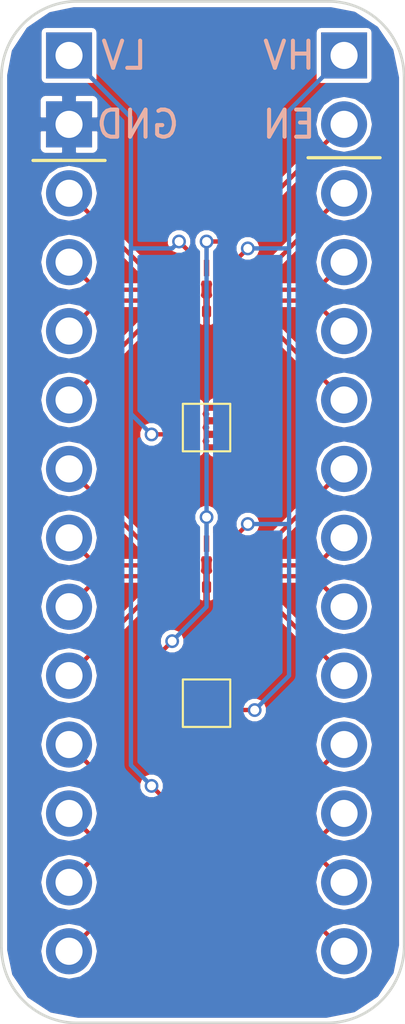
<source format=kicad_pcb>
(kicad_pcb (version 4) (host pcbnew 4.0.6)

  (general
    (links 55)
    (no_connects 0)
    (area -14.502501 15.785 58.072501 97.842101)
    (thickness 1.6)
    (drawings 25)
    (tracks 116)
    (zones 0)
    (modules 7)
    (nets 29)
  )

  (page User 159.995 130.023)
  (title_block
    (title "Digitabulum PowerPlant Module")
    (date 2017-06-17)
    (rev 1)
    (company "Manuvr, Inc")
  )

  (layers
    (0 F.Cu signal)
    (1 Inner1.Cu signal hide)
    (2 Inner2.Cu signal hide)
    (31 B.Cu signal hide)
    (32 B.Adhes user)
    (33 F.Adhes user hide)
    (34 B.Paste user)
    (35 F.Paste user)
    (36 B.SilkS user)
    (37 F.SilkS user)
    (38 B.Mask user)
    (39 F.Mask user)
    (40 Dwgs.User user)
    (42 Eco1.User user)
    (44 Edge.Cuts user)
  )

  (setup
    (last_trace_width 0.16)
    (trace_clearance 0.16)
    (zone_clearance 0.14)
    (zone_45_only yes)
    (trace_min 0.127)
    (segment_width 0.1)
    (edge_width 0.1)
    (via_size 0.51)
    (via_drill 0.33)
    (via_min_size 0.33)
    (via_min_drill 0.21)
    (uvia_size 0.51)
    (uvia_drill 0.34)
    (uvias_allowed no)
    (uvia_min_size 0.381)
    (uvia_min_drill 0.26)
    (pcb_text_width 0.3)
    (pcb_text_size 0.5 0.5)
    (mod_edge_width 0.1)
    (mod_text_size 0.5 0.5)
    (mod_text_width 0.125)
    (pad_size 1.7 1.7)
    (pad_drill 1)
    (pad_to_mask_clearance 0)
    (aux_axis_origin 0 0)
    (visible_elements FFFF737F)
    (pcbplotparams
      (layerselection 0x010f0_80000001)
      (usegerberextensions true)
      (excludeedgelayer true)
      (linewidth 0.150000)
      (plotframeref false)
      (viasonmask false)
      (mode 1)
      (useauxorigin false)
      (hpglpennumber 1)
      (hpglpenspeed 20)
      (hpglpendiameter 15)
      (hpglpenoverlay 2)
      (psnegative false)
      (psa4output false)
      (plotreference true)
      (plotvalue true)
      (plotinvisibletext false)
      (padsonsilk false)
      (subtractmaskfromsilk true)
      (outputformat 1)
      (mirror false)
      (drillshape 0)
      (scaleselection 1)
      (outputdirectory FabOutputs/))
  )

  (net 0 "")
  (net 1 GND)
  (net 2 /VCC1)
  (net 3 /VCC0)
  (net 4 /~SHUTDOWN)
  (net 5 /A1)
  (net 6 /A2)
  (net 7 /A3)
  (net 8 /A4)
  (net 9 /A5)
  (net 10 /A6)
  (net 11 /A7)
  (net 12 /A8)
  (net 13 /A9)
  (net 14 /A10)
  (net 15 /A11)
  (net 16 /A12)
  (net 17 /B1)
  (net 18 /B2)
  (net 19 /B3)
  (net 20 /B4)
  (net 21 /B5)
  (net 22 /B6)
  (net 23 /B7)
  (net 24 /B8)
  (net 25 /B9)
  (net 26 /B10)
  (net 27 /B11)
  (net 28 /B12)

  (net_class Default "This is the default net class."
    (clearance 0.16)
    (trace_width 0.16)
    (via_dia 0.51)
    (via_drill 0.33)
    (uvia_dia 0.51)
    (uvia_drill 0.34)
    (add_net /A1)
    (add_net /A10)
    (add_net /A11)
    (add_net /A12)
    (add_net /A2)
    (add_net /A3)
    (add_net /A4)
    (add_net /A5)
    (add_net /A6)
    (add_net /A7)
    (add_net /A8)
    (add_net /A9)
    (add_net /B1)
    (add_net /B10)
    (add_net /B11)
    (add_net /B12)
    (add_net /B2)
    (add_net /B3)
    (add_net /B4)
    (add_net /B5)
    (add_net /B6)
    (add_net /B7)
    (add_net /B8)
    (add_net /B9)
    (add_net /VCC0)
    (add_net /VCC1)
    (add_net /~SHUTDOWN)
    (add_net GND)
  )

  (net_class GND ""
    (clearance 0.16)
    (trace_width 0.16)
    (via_dia 0.51)
    (via_drill 0.33)
    (uvia_dia 0.61)
    (uvia_drill 0.43)
  )

  (net_class High-Current ""
    (clearance 0.16)
    (trace_width 0.16)
    (via_dia 0.51)
    (via_drill 0.33)
    (uvia_dia 0.51)
    (uvia_drill 0.34)
  )

  (net_class VCC ""
    (clearance 0.16)
    (trace_width 0.16)
    (via_dia 0.51)
    (via_drill 0.33)
    (uvia_dia 0.51)
    (uvia_drill 0.34)
  )

  (module Pin_Headers:Pin_Header_Straight_1x14_Pitch2.54mm (layer F.Cu) (tedit 59D4A082) (tstamp 59D4960F)
    (at 20.32 19.05)
    (descr "Through hole straight pin header, 1x14, 2.54mm pitch, single row")
    (tags "Through hole pin header THT 1x14 2.54mm single row")
    (path /59D495C9)
    (fp_text reference J1 (at 0 -2.33) (layer F.SilkS) hide
      (effects (font (size 1 1) (thickness 0.15)))
    )
    (fp_text value LV (at 2.032 0 180) (layer B.SilkS)
      (effects (font (size 1 1) (thickness 0.15)) (justify mirror))
    )
    (fp_line (start -1.33 3.87) (end 1.33 3.87) (layer F.SilkS) (width 0.12))
    (fp_line (start -1.8 -1.8) (end -1.8 34.8) (layer F.CrtYd) (width 0.05))
    (fp_line (start -1.8 34.8) (end 1.8 34.8) (layer F.CrtYd) (width 0.05))
    (fp_line (start 1.8 34.8) (end 1.8 -1.8) (layer F.CrtYd) (width 0.05))
    (fp_line (start 1.8 -1.8) (end -1.8 -1.8) (layer F.CrtYd) (width 0.05))
    (fp_text user %R (at 0 16.51 90) (layer F.Fab)
      (effects (font (size 1 1) (thickness 0.15)))
    )
    (pad 1 thru_hole rect (at 0 0) (size 1.7 1.7) (drill 1) (layers *.Cu *.Mask)
      (net 2 /VCC1))
    (pad 2 thru_hole rect (at 0 2.54) (size 1.7 1.7) (drill 1) (layers *.Cu *.Mask)
      (net 1 GND))
    (pad 3 thru_hole oval (at 0 5.08) (size 1.7 1.7) (drill 1) (layers *.Cu *.Mask)
      (net 5 /A1))
    (pad 4 thru_hole oval (at 0 7.62) (size 1.7 1.7) (drill 1) (layers *.Cu *.Mask)
      (net 6 /A2))
    (pad 5 thru_hole oval (at 0 10.16) (size 1.7 1.7) (drill 1) (layers *.Cu *.Mask)
      (net 7 /A3))
    (pad 6 thru_hole oval (at 0 12.7) (size 1.7 1.7) (drill 1) (layers *.Cu *.Mask)
      (net 8 /A4))
    (pad 7 thru_hole oval (at 0 15.24) (size 1.7 1.7) (drill 1) (layers *.Cu *.Mask)
      (net 9 /A5))
    (pad 8 thru_hole oval (at 0 17.78) (size 1.7 1.7) (drill 1) (layers *.Cu *.Mask)
      (net 10 /A6))
    (pad 9 thru_hole oval (at 0 20.32) (size 1.7 1.7) (drill 1) (layers *.Cu *.Mask)
      (net 11 /A7))
    (pad 10 thru_hole oval (at 0 22.86) (size 1.7 1.7) (drill 1) (layers *.Cu *.Mask)
      (net 12 /A8))
    (pad 11 thru_hole oval (at 0 25.4) (size 1.7 1.7) (drill 1) (layers *.Cu *.Mask)
      (net 13 /A9))
    (pad 12 thru_hole oval (at 0 27.94) (size 1.7 1.7) (drill 1) (layers *.Cu *.Mask)
      (net 14 /A10))
    (pad 13 thru_hole oval (at 0 30.48) (size 1.7 1.7) (drill 1) (layers *.Cu *.Mask)
      (net 15 /A11))
    (pad 14 thru_hole oval (at 0 33.02) (size 1.7 1.7) (drill 1) (layers *.Cu *.Mask)
      (net 16 /A12))
    (model ${KISYS3DMOD}/Pin_Headers.3dshapes/Pin_Header_Straight_1x14_Pitch2.54mm.wrl
      (at (xyz 0 0 0))
      (scale (xyz 1 1 1))
      (rotate (xyz 0 0 0))
    )
  )

  (module Pin_Headers:Pin_Header_Straight_1x14_Pitch2.54mm (layer F.Cu) (tedit 59D4A050) (tstamp 59D49631)
    (at 30.48 19.05)
    (descr "Through hole straight pin header, 1x14, 2.54mm pitch, single row")
    (tags "Through hole pin header THT 1x14 2.54mm single row")
    (path /59D4953F)
    (fp_text reference J2 (at 0 -2.33) (layer F.SilkS) hide
      (effects (font (size 1 1) (thickness 0.15)))
    )
    (fp_text value HV (at -2.032 0 180) (layer B.SilkS)
      (effects (font (size 1 1) (thickness 0.15)) (justify mirror))
    )
    (fp_line (start -1.33 3.77) (end 1.33 3.77) (layer F.SilkS) (width 0.12))
    (fp_line (start -1.8 -1.8) (end -1.8 34.8) (layer F.CrtYd) (width 0.05))
    (fp_line (start -1.8 34.8) (end 1.8 34.8) (layer F.CrtYd) (width 0.05))
    (fp_line (start 1.8 34.8) (end 1.8 -1.8) (layer F.CrtYd) (width 0.05))
    (fp_line (start 1.8 -1.8) (end -1.8 -1.8) (layer F.CrtYd) (width 0.05))
    (fp_text user %R (at 0 16.51 90) (layer F.Fab)
      (effects (font (size 1 1) (thickness 0.15)))
    )
    (pad 1 thru_hole rect (at 0 0) (size 1.7 1.7) (drill 1) (layers *.Cu *.Mask)
      (net 3 /VCC0))
    (pad 2 thru_hole oval (at 0 2.54) (size 1.7 1.7) (drill 1) (layers *.Cu *.Mask)
      (net 4 /~SHUTDOWN))
    (pad 3 thru_hole oval (at 0 5.08) (size 1.7 1.7) (drill 1) (layers *.Cu *.Mask)
      (net 17 /B1))
    (pad 4 thru_hole oval (at 0 7.62) (size 1.7 1.7) (drill 1) (layers *.Cu *.Mask)
      (net 18 /B2))
    (pad 5 thru_hole oval (at 0 10.16) (size 1.7 1.7) (drill 1) (layers *.Cu *.Mask)
      (net 19 /B3))
    (pad 6 thru_hole oval (at 0 12.7) (size 1.7 1.7) (drill 1) (layers *.Cu *.Mask)
      (net 20 /B4))
    (pad 7 thru_hole oval (at 0 15.24) (size 1.7 1.7) (drill 1) (layers *.Cu *.Mask)
      (net 21 /B5))
    (pad 8 thru_hole oval (at 0 17.78) (size 1.7 1.7) (drill 1) (layers *.Cu *.Mask)
      (net 22 /B6))
    (pad 9 thru_hole oval (at 0 20.32) (size 1.7 1.7) (drill 1) (layers *.Cu *.Mask)
      (net 23 /B7))
    (pad 10 thru_hole oval (at 0 22.86) (size 1.7 1.7) (drill 1) (layers *.Cu *.Mask)
      (net 24 /B8))
    (pad 11 thru_hole oval (at 0 25.4) (size 1.7 1.7) (drill 1) (layers *.Cu *.Mask)
      (net 25 /B9))
    (pad 12 thru_hole oval (at 0 27.94) (size 1.7 1.7) (drill 1) (layers *.Cu *.Mask)
      (net 26 /B10))
    (pad 13 thru_hole oval (at 0 30.48) (size 1.7 1.7) (drill 1) (layers *.Cu *.Mask)
      (net 27 /B11))
    (pad 14 thru_hole oval (at 0 33.02) (size 1.7 1.7) (drill 1) (layers *.Cu *.Mask)
      (net 28 /B12))
    (model ${KISYS3DMOD}/Pin_Headers.3dshapes/Pin_Header_Straight_1x14_Pitch2.54mm.wrl
      (at (xyz 0 0 0))
      (scale (xyz 1 1 1))
      (rotate (xyz 0 0 0))
    )
  )

  (module r2Parts:R-PUQFN-N12 (layer F.Cu) (tedit 59D497AA) (tstamp 590CF981)
    (at 25.4 48.006 270)
    (path /590C576A)
    (fp_text reference U1 (at 2.11 -0.07 360) (layer F.SilkS) hide
      (effects (font (size 1 1) (thickness 0.15)))
    )
    (fp_text value LSF0204x (at -0.51 -2.47 270) (layer F.Fab) hide
      (effects (font (size 1 1) (thickness 0.15)))
    )
    (pad 9 smd rect (at 0 -0.65 270) (size 0.2 0.6) (layers F.Cu F.Paste F.Mask)
      (net 26 /B10))
    (pad 10 smd rect (at -0.4 -0.65 270) (size 0.2 0.6) (layers F.Cu F.Paste F.Mask)
      (net 25 /B9))
    (pad 11 smd rect (at -0.8 -0.65 270) (size 0.2 0.6) (layers F.Cu F.Paste F.Mask)
      (net 3 /VCC0))
    (pad 12 smd rect (at -0.8 0) (size 0.2 0.6) (layers F.Cu F.Paste F.Mask)
      (net 4 /~SHUTDOWN))
    (pad 1 smd rect (at -0.8 0.65 270) (size 0.2 0.6) (layers F.Cu F.Paste F.Mask)
      (net 2 /VCC1))
    (pad 2 smd rect (at -0.4 0.65 270) (size 0.2 0.6) (layers F.Cu F.Paste F.Mask)
      (net 13 /A9))
    (pad 3 smd rect (at 0 0.65 270) (size 0.2 0.6) (layers F.Cu F.Paste F.Mask)
      (net 14 /A10))
    (pad 4 smd rect (at 0.4 0.65 270) (size 0.2 0.6) (layers F.Cu F.Paste F.Mask)
      (net 15 /A11))
    (pad 5 smd rect (at 0.8 0.65 270) (size 0.2 0.6) (layers F.Cu F.Paste F.Mask)
      (net 16 /A12))
    (pad 6 smd rect (at 0.8 0) (size 0.2 0.6) (layers F.Cu F.Paste F.Mask)
      (net 1 GND))
    (pad 7 smd rect (at 0.8 -0.65 270) (size 0.2 0.6) (layers F.Cu F.Paste F.Mask)
      (net 28 /B12))
    (pad 8 smd rect (at 0.4 -0.65 270) (size 0.2 0.6) (layers F.Cu F.Paste F.Mask)
      (net 27 /B11))
    (pad 1 smd rect (at -1 0.425 270) (size 0.2 0.15) (layers F.Cu F.Paste F.Mask)
      (net 2 /VCC1))
  )

  (module r2Parts:CapArray_CKCL44 (layer F.Cu) (tedit 5912BF43) (tstamp 590D7E6D)
    (at 25.4 42.926 90)
    (path /590F6949)
    (attr smd)
    (fp_text reference CARY1 (at -0.025 -1.425 90) (layer F.SilkS) hide
      (effects (font (size 0.4 0.4) (thickness 0.08)))
    )
    (fp_text value 100nF (at 0 0 90) (layer F.SilkS) hide
      (effects (font (size 0.4 0.4) (thickness 0.07)))
    )
    (fp_line (start -0.875 -0.875) (end -0.875 0.875) (layer F.SilkS) (width 0.08))
    (fp_line (start -0.875 -0.875) (end 0.875 -0.875) (layer F.SilkS) (width 0.08))
    (fp_line (start 0.875 0.875) (end -0.875 0.875) (layer F.SilkS) (width 0.08))
    (fp_line (start 0.875 -0.875) (end 0.875 0.875) (layer F.SilkS) (width 0.08))
    (pad 1 smd rect (at -0.75 0.575 90) (size 0.25 0.6) (layers F.Cu F.Paste F.Mask)
      (net 3 /VCC0))
    (pad 2 smd rect (at -0.75 -0.575 90) (size 0.25 0.6) (layers F.Cu F.Paste F.Mask)
      (net 1 GND))
    (pad 3 smd rect (at -0.25 0.575 90) (size 0.25 0.6) (layers F.Cu F.Paste F.Mask)
      (net 3 /VCC0))
    (pad 4 smd rect (at -0.25 -0.575 90) (size 0.25 0.6) (layers F.Cu F.Paste F.Mask)
      (net 1 GND))
    (pad 5 smd rect (at 0.25 0.575 90) (size 0.25 0.6) (layers F.Cu F.Paste F.Mask)
      (net 3 /VCC0))
    (pad 6 smd rect (at 0.25 -0.575 90) (size 0.25 0.6) (layers F.Cu F.Paste F.Mask)
      (net 1 GND))
    (pad 7 smd rect (at 0.75 0.575 90) (size 0.25 0.6) (layers F.Cu F.Paste F.Mask)
      (net 3 /VCC0))
    (pad 8 smd rect (at 0.75 -0.575 90) (size 0.25 0.6) (layers F.Cu F.Paste F.Mask)
      (net 1 GND))
  )

  (module r2Parts:CapArray_CKCL44 (layer F.Cu) (tedit 5918DFDF) (tstamp 59141016)
    (at 25.4 32.766 90)
    (path /59144C32)
    (attr smd)
    (fp_text reference CARY2 (at -0.025 -1.425 90) (layer F.SilkS) hide
      (effects (font (size 0.4 0.4) (thickness 0.08)))
    )
    (fp_text value 100nF (at 0 0 90) (layer F.SilkS) hide
      (effects (font (size 0.4 0.4) (thickness 0.07)))
    )
    (fp_line (start -0.875 -0.875) (end -0.875 0.875) (layer F.SilkS) (width 0.08))
    (fp_line (start -0.875 -0.875) (end 0.875 -0.875) (layer F.SilkS) (width 0.08))
    (fp_line (start 0.875 0.875) (end -0.875 0.875) (layer F.SilkS) (width 0.08))
    (fp_line (start 0.875 -0.875) (end 0.875 0.875) (layer F.SilkS) (width 0.08))
    (pad 1 smd rect (at -0.75 0.575 90) (size 0.25 0.6) (layers F.Cu F.Paste F.Mask)
      (net 1 GND))
    (pad 2 smd rect (at -0.75 -0.575 90) (size 0.25 0.6) (layers F.Cu F.Paste F.Mask)
      (net 2 /VCC1))
    (pad 3 smd rect (at -0.25 0.575 90) (size 0.25 0.6) (layers F.Cu F.Paste F.Mask)
      (net 1 GND))
    (pad 4 smd rect (at -0.25 -0.575 90) (size 0.25 0.6) (layers F.Cu F.Paste F.Mask)
      (net 2 /VCC1))
    (pad 5 smd rect (at 0.25 0.575 90) (size 0.25 0.6) (layers F.Cu F.Paste F.Mask)
      (net 1 GND))
    (pad 6 smd rect (at 0.25 -0.575 90) (size 0.25 0.6) (layers F.Cu F.Paste F.Mask)
      (net 2 /VCC1))
    (pad 7 smd rect (at 0.75 0.575 90) (size 0.25 0.6) (layers F.Cu F.Paste F.Mask)
      (net 1 GND))
    (pad 8 smd rect (at 0.75 -0.575 90) (size 0.25 0.6) (layers F.Cu F.Paste F.Mask)
      (net 2 /VCC1))
  )

  (module r2Parts:R-PUQFN-N12 (layer F.Cu) (tedit 59D497B0) (tstamp 59D494B5)
    (at 25.4 37.846 270)
    (path /59D4AAA7)
    (fp_text reference U2 (at -0.55 -4.59 270) (layer F.SilkS) hide
      (effects (font (size 1 1) (thickness 0.15)))
    )
    (fp_text value LSF0204x (at -0.51 -2.47 270) (layer F.Fab) hide
      (effects (font (size 1 1) (thickness 0.15)))
    )
    (pad 9 smd rect (at 0 -0.65 270) (size 0.2 0.6) (layers F.Cu F.Paste F.Mask)
      (net 22 /B6))
    (pad 10 smd rect (at -0.4 -0.65 270) (size 0.2 0.6) (layers F.Cu F.Paste F.Mask)
      (net 21 /B5))
    (pad 11 smd rect (at -0.8 -0.65 270) (size 0.2 0.6) (layers F.Cu F.Paste F.Mask)
      (net 3 /VCC0))
    (pad 12 smd rect (at -0.8 0) (size 0.2 0.6) (layers F.Cu F.Paste F.Mask)
      (net 4 /~SHUTDOWN))
    (pad 1 smd rect (at -0.8 0.65 270) (size 0.2 0.6) (layers F.Cu F.Paste F.Mask)
      (net 2 /VCC1))
    (pad 2 smd rect (at -0.4 0.65 270) (size 0.2 0.6) (layers F.Cu F.Paste F.Mask)
      (net 9 /A5))
    (pad 3 smd rect (at 0 0.65 270) (size 0.2 0.6) (layers F.Cu F.Paste F.Mask)
      (net 10 /A6))
    (pad 4 smd rect (at 0.4 0.65 270) (size 0.2 0.6) (layers F.Cu F.Paste F.Mask)
      (net 11 /A7))
    (pad 5 smd rect (at 0.8 0.65 270) (size 0.2 0.6) (layers F.Cu F.Paste F.Mask)
      (net 12 /A8))
    (pad 6 smd rect (at 0.8 0) (size 0.2 0.6) (layers F.Cu F.Paste F.Mask)
      (net 1 GND))
    (pad 7 smd rect (at 0.8 -0.65 270) (size 0.2 0.6) (layers F.Cu F.Paste F.Mask)
      (net 24 /B8))
    (pad 8 smd rect (at 0.4 -0.65 270) (size 0.2 0.6) (layers F.Cu F.Paste F.Mask)
      (net 23 /B7))
    (pad 1 smd rect (at -1 0.425 270) (size 0.2 0.15) (layers F.Cu F.Paste F.Mask)
      (net 2 /VCC1))
  )

  (module r2Parts:R-PUQFN-N12 (layer F.Cu) (tedit 59D497B6) (tstamp 59D494C6)
    (at 25.4 27.686 270)
    (path /59D4A8EF)
    (fp_text reference U3 (at -0.55 -4.59 270) (layer F.SilkS) hide
      (effects (font (size 1 1) (thickness 0.15)))
    )
    (fp_text value LSF0204x (at -0.51 -2.47 270) (layer F.Fab) hide
      (effects (font (size 1 1) (thickness 0.15)))
    )
    (pad 9 smd rect (at 0 -0.65 270) (size 0.2 0.6) (layers F.Cu F.Paste F.Mask)
      (net 18 /B2))
    (pad 10 smd rect (at -0.4 -0.65 270) (size 0.2 0.6) (layers F.Cu F.Paste F.Mask)
      (net 17 /B1))
    (pad 11 smd rect (at -0.8 -0.65 270) (size 0.2 0.6) (layers F.Cu F.Paste F.Mask)
      (net 3 /VCC0))
    (pad 12 smd rect (at -0.8 0) (size 0.2 0.6) (layers F.Cu F.Paste F.Mask)
      (net 4 /~SHUTDOWN))
    (pad 1 smd rect (at -0.8 0.65 270) (size 0.2 0.6) (layers F.Cu F.Paste F.Mask)
      (net 2 /VCC1))
    (pad 2 smd rect (at -0.4 0.65 270) (size 0.2 0.6) (layers F.Cu F.Paste F.Mask)
      (net 5 /A1))
    (pad 3 smd rect (at 0 0.65 270) (size 0.2 0.6) (layers F.Cu F.Paste F.Mask)
      (net 6 /A2))
    (pad 4 smd rect (at 0.4 0.65 270) (size 0.2 0.6) (layers F.Cu F.Paste F.Mask)
      (net 7 /A3))
    (pad 5 smd rect (at 0.8 0.65 270) (size 0.2 0.6) (layers F.Cu F.Paste F.Mask)
      (net 8 /A4))
    (pad 6 smd rect (at 0.8 0) (size 0.2 0.6) (layers F.Cu F.Paste F.Mask)
      (net 1 GND))
    (pad 7 smd rect (at 0.8 -0.65 270) (size 0.2 0.6) (layers F.Cu F.Paste F.Mask)
      (net 20 /B4))
    (pad 8 smd rect (at 0.4 -0.65 270) (size 0.2 0.6) (layers F.Cu F.Paste F.Mask)
      (net 19 /B3))
    (pad 1 smd rect (at -1 0.425 270) (size 0.2 0.15) (layers F.Cu F.Paste F.Mask)
      (net 2 /VCC1))
  )

  (gr_text "12-bit Level Shifter\n2017-10-04\nmanuvr.io" (at 25.4 52.578 180) (layer F.Mask)
    (effects (font (size 0.67 0.67) (thickness 0.1675)))
  )
  (gr_text EN (at 28.448 21.59) (layer F.Mask)
    (effects (font (size 1 1) (thickness 0.15)))
  )
  (gr_line (start 23.368 21.336) (end 23.368 21.844) (angle 90) (layer F.Mask) (width 0.1))
  (gr_line (start 22.86 22.352) (end 22.86 20.828) (angle 90) (layer F.Mask) (width 0.1))
  (gr_line (start 22.352 20.574) (end 22.352 22.606) (angle 90) (layer F.Mask) (width 0.1))
  (gr_line (start 21.082 21.59) (end 22.352 21.59) (angle 90) (layer F.Mask) (width 0.1))
  (gr_text HV (at 28.194 19.05) (layer F.Mask)
    (effects (font (size 1 1) (thickness 0.15)))
  )
  (gr_text LV (at 22.352 19.05) (layer F.Mask)
    (effects (font (size 1 1) (thickness 0.15)))
  )
  (gr_text LSF0204x (at 25.4 24.892 90) (layer F.Mask)
    (effects (font (size 1 1) (thickness 0.18)) (justify left))
  )
  (gr_text GND (at 22.86 21.59) (layer B.SilkS)
    (effects (font (size 1 1) (thickness 0.15)) (justify mirror))
  )
  (gr_text EN (at 28.448 21.59) (layer B.SilkS)
    (effects (font (size 1 1) (thickness 0.15)) (justify mirror))
  )
  (gr_line (start 20.5994 17.0561) (end 29.8831 17.0561) (angle 90) (layer Edge.Cuts) (width 0.1))
  (gr_line (start 29.845 54.7116) (end 20.6375 54.7116) (angle 90) (layer Edge.Cuts) (width 0.1))
  (gr_text LSF0204x (at 25.4 17.526 90) (layer B.Mask)
    (effects (font (size 1 1) (thickness 0.18)) (justify left mirror))
  )
  (gr_line (start 17.82 51.944) (end 17.82 19.864) (angle 90) (layer Edge.Cuts) (width 0.1))
  (gr_line (start 32.7 19.824) (end 32.7 51.854) (angle 90) (layer Edge.Cuts) (width 0.1))
  (gr_text "12-bit Level Shifter\n2017-10-04\nmanuvr.io" (at 25.4 52.578 180) (layer B.Mask)
    (effects (font (size 0.67 0.67) (thickness 0.1675)) (justify mirror))
  )
  (gr_arc (start 29.852 51.862) (end 32.702 51.862) (angle 90) (layer Edge.Cuts) (width 0.1))
  (gr_arc (start 20.614 51.922) (end 20.634 54.712) (angle 90) (layer Edge.Cuts) (width 0.1) (tstamp 58FD415A))
  (gr_line (start 56.6235 97.7421) (end 56.6235 64.7221) (angle 90) (layer Cmts.User) (width 0.2) (tstamp 586B418A))
  (gr_arc (start 29.907 19.84608) (end 29.887 17.05608) (angle 90) (layer Edge.Cuts) (width 0.1) (tstamp 584BC27D))
  (gr_arc (start 20.614 19.846) (end 17.824 19.866) (angle 90) (layer Edge.Cuts) (width 0.1))
  (gr_line (start 23.9365 73.8821) (end 57.9725 73.8821) (angle 90) (layer Cmts.User) (width 0.2))
  (gr_line (start -14.4025 63.6121) (end 19.6335 63.6121) (angle 90) (layer Cmts.User) (width 0.2))
  (gr_line (start 22.4975 28.8921) (end 22.4975 61.9121) (angle 90) (layer Cmts.User) (width 0.2))

  (segment (start 24.825 33.516) (end 24.825 33.016) (width 0.16) (layer F.Cu) (net 2))
  (segment (start 24.825 33.016) (end 24.825 32.516) (width 0.16) (layer F.Cu) (net 2))
  (segment (start 24.825 32.516) (end 24.825 32.016) (width 0.16) (layer F.Cu) (net 2) (tstamp 59D49DD4))
  (segment (start 24.975 47.006) (end 24.95 47.006) (width 0.16) (layer F.Cu) (net 2))
  (segment (start 24.95 47.006) (end 24.75 47.206) (width 0.16) (layer F.Cu) (net 2) (tstamp 59D49DA3))
  (segment (start 24.975 36.846) (end 24.95 36.846) (width 0.16) (layer F.Cu) (net 2))
  (segment (start 24.95 36.846) (end 24.75 37.046) (width 0.16) (layer F.Cu) (net 2) (tstamp 59D49D9F))
  (segment (start 24.975 26.686) (end 24.95 26.686) (width 0.16) (layer F.Cu) (net 2))
  (segment (start 24.95 26.686) (end 24.75 26.886) (width 0.16) (layer F.Cu) (net 2) (tstamp 59D49D98))
  (segment (start 24.75 37.046) (end 24.75 33.591) (width 0.16) (layer F.Cu) (net 2))
  (segment (start 24.75 33.591) (end 24.825 33.516) (width 0.16) (layer F.Cu) (net 2) (tstamp 59D49B8E))
  (segment (start 24.825 33.516) (end 24.825 32.516) (width 0.16) (layer F.Cu) (net 2) (tstamp 59D49B8F))
  (segment (start 24.825 32.516) (end 24.825 32.016) (width 0.16) (layer F.Cu) (net 2) (tstamp 59D49B90))
  (segment (start 22.606 32.258) (end 22.606 45.212) (width 0.16) (layer B.Cu) (net 2))
  (segment (start 23.368 45.974) (end 24.6 47.206) (width 0.16) (layer F.Cu) (net 2) (tstamp 59D49B3E))
  (via (at 23.368 45.974) (size 0.51) (drill 0.33) (layers F.Cu B.Cu) (net 2))
  (segment (start 22.606 45.212) (end 23.368 45.974) (width 0.16) (layer B.Cu) (net 2) (tstamp 59D49B34))
  (segment (start 24.6 47.206) (end 24.75 47.206) (width 0.16) (layer F.Cu) (net 2) (tstamp 59D49B3F))
  (segment (start 22.606 26.162) (end 24.13 26.162) (width 0.16) (layer B.Cu) (net 2))
  (segment (start 24.75 26.274) (end 24.75 26.886) (width 0.16) (layer F.Cu) (net 2) (tstamp 59D49B27))
  (segment (start 24.384 25.908) (end 24.75 26.274) (width 0.16) (layer F.Cu) (net 2) (tstamp 59D49B26))
  (via (at 24.384 25.908) (size 0.51) (drill 0.33) (layers F.Cu B.Cu) (net 2))
  (segment (start 24.13 26.162) (end 24.384 25.908) (width 0.16) (layer B.Cu) (net 2) (tstamp 59D49B24))
  (segment (start 24.825 33.016) (end 23.372 33.016) (width 0.16) (layer F.Cu) (net 2))
  (segment (start 23.372 33.016) (end 23.368 33.02) (width 0.16) (layer F.Cu) (net 2) (tstamp 59D49A4F))
  (via (at 23.368 33.02) (size 0.51) (drill 0.33) (layers F.Cu B.Cu) (net 2))
  (segment (start 23.368 33.02) (end 22.606 32.258) (width 0.16) (layer B.Cu) (net 2) (tstamp 59D49A58))
  (segment (start 22.606 21.336) (end 20.32 19.05) (width 0.16) (layer B.Cu) (net 2) (tstamp 59D49A62))
  (segment (start 22.606 32.258) (end 22.606 26.162) (width 0.16) (layer B.Cu) (net 2) (tstamp 59D49A59))
  (segment (start 22.606 26.162) (end 22.606 21.336) (width 0.16) (layer B.Cu) (net 2) (tstamp 59D49B22))
  (segment (start 26.05 26.886) (end 26.2 26.886) (width 0.16) (layer F.Cu) (net 3))
  (segment (start 26.2 26.886) (end 26.924 26.162) (width 0.16) (layer F.Cu) (net 3) (tstamp 59D49B6F))
  (via (at 26.924 26.162) (size 0.51) (drill 0.33) (layers F.Cu B.Cu) (net 3))
  (segment (start 26.924 26.162) (end 28.448 26.162) (width 0.16) (layer B.Cu) (net 3) (tstamp 59D49B76))
  (segment (start 26.05 37.046) (end 26.2 37.046) (width 0.16) (layer F.Cu) (net 3))
  (segment (start 26.2 37.046) (end 26.924 36.322) (width 0.16) (layer F.Cu) (net 3) (tstamp 59D49B62))
  (via (at 26.924 36.322) (size 0.51) (drill 0.33) (layers F.Cu B.Cu) (net 3))
  (segment (start 26.924 36.322) (end 28.448 36.322) (width 0.16) (layer B.Cu) (net 3) (tstamp 59D49B66))
  (segment (start 25.975 43.676) (end 25.975 43.176) (width 0.16) (layer F.Cu) (net 3))
  (segment (start 25.975 43.176) (end 25.975 42.676) (width 0.16) (layer F.Cu) (net 3) (tstamp 59D49B4F))
  (segment (start 25.975 42.676) (end 25.975 42.176) (width 0.16) (layer F.Cu) (net 3) (tstamp 59D49B50))
  (segment (start 26.05 47.206) (end 26.05 43.751) (width 0.16) (layer F.Cu) (net 3))
  (segment (start 26.05 43.751) (end 25.975 43.676) (width 0.16) (layer F.Cu) (net 3) (tstamp 59D49B43))
  (segment (start 30.48 19.05) (end 28.448 21.082) (width 0.16) (layer B.Cu) (net 3))
  (segment (start 28.448 21.082) (end 28.448 26.162) (width 0.16) (layer B.Cu) (net 3) (tstamp 59D49A0E))
  (segment (start 28.448 26.162) (end 28.448 36.322) (width 0.16) (layer B.Cu) (net 3) (tstamp 59D49B79))
  (segment (start 28.448 36.322) (end 28.448 41.91) (width 0.16) (layer B.Cu) (net 3) (tstamp 59D49B69))
  (segment (start 28.448 41.91) (end 27.178 43.18) (width 0.16) (layer B.Cu) (net 3) (tstamp 59D49A16))
  (via (at 27.178 43.18) (size 0.51) (drill 0.33) (layers F.Cu B.Cu) (net 3))
  (segment (start 27.178 43.18) (end 27.174 43.176) (width 0.16) (layer F.Cu) (net 3) (tstamp 59D49A22))
  (segment (start 27.174 43.176) (end 25.975 43.176) (width 0.16) (layer F.Cu) (net 3) (tstamp 59D49A23))
  (segment (start 23.368 44.45) (end 23.368 41.402) (width 0.16) (layer F.Cu) (net 4))
  (segment (start 25.4 47.206) (end 25.4 46.482) (width 0.16) (layer F.Cu) (net 4))
  (segment (start 25.4 46.482) (end 23.368 44.45) (width 0.16) (layer F.Cu) (net 4) (tstamp 59D49C45))
  (via (at 24.13 40.64) (size 0.51) (drill 0.33) (layers F.Cu B.Cu) (net 4))
  (segment (start 23.368 41.402) (end 24.13 40.64) (width 0.16) (layer F.Cu) (net 4) (tstamp 59D49D38))
  (segment (start 25.4 37.046) (end 25.4 36.068) (width 0.16) (layer F.Cu) (net 4))
  (via (at 25.4 36.068) (size 0.51) (drill 0.33) (layers F.Cu B.Cu) (net 4))
  (segment (start 25.4 25.908) (end 26.162 25.908) (width 0.16) (layer F.Cu) (net 4))
  (segment (start 26.162 25.908) (end 30.48 21.59) (width 0.16) (layer F.Cu) (net 4) (tstamp 59D49CA8))
  (segment (start 25.4 26.67) (end 25.4 25.908) (width 0.16) (layer B.Cu) (net 4))
  (segment (start 24.13 40.64) (end 25.4 39.37) (width 0.16) (layer B.Cu) (net 4) (tstamp 59D49D44))
  (segment (start 25.4 39.37) (end 25.4 36.068) (width 0.16) (layer B.Cu) (net 4) (tstamp 59D49C58))
  (segment (start 25.4 36.068) (end 25.4 26.67) (width 0.16) (layer B.Cu) (net 4) (tstamp 59D49CB7))
  (segment (start 25.4 25.908) (end 25.4 26.886) (width 0.16) (layer F.Cu) (net 4) (tstamp 59D49CA5))
  (via (at 25.4 25.908) (size 0.51) (drill 0.33) (layers F.Cu B.Cu) (net 4))
  (segment (start 25.4 26.886) (end 25.4 26.67) (width 0.16) (layer F.Cu) (net 4))
  (segment (start 29.718 21.59) (end 30.48 21.59) (width 0.16) (layer F.Cu) (net 4) (tstamp 59D49C6A))
  (segment (start 24.75 27.286) (end 23.476 27.286) (width 0.16) (layer F.Cu) (net 5))
  (segment (start 23.476 27.286) (end 20.32 24.13) (width 0.16) (layer F.Cu) (net 5) (tstamp 59D49997))
  (segment (start 24.75 27.686) (end 21.336 27.686) (width 0.16) (layer F.Cu) (net 6))
  (segment (start 21.336 27.686) (end 20.32 26.67) (width 0.16) (layer F.Cu) (net 6) (tstamp 59D4999B))
  (segment (start 24.75 28.086) (end 21.444 28.086) (width 0.16) (layer F.Cu) (net 7))
  (segment (start 21.444 28.086) (end 20.32 29.21) (width 0.16) (layer F.Cu) (net 7) (tstamp 59D4999F))
  (segment (start 24.75 28.486) (end 23.584 28.486) (width 0.16) (layer F.Cu) (net 8))
  (segment (start 23.584 28.486) (end 20.32 31.75) (width 0.16) (layer F.Cu) (net 8) (tstamp 59D499A4))
  (segment (start 24.75 37.446) (end 23.476 37.446) (width 0.16) (layer F.Cu) (net 9))
  (segment (start 23.476 37.446) (end 20.32 34.29) (width 0.16) (layer F.Cu) (net 9) (tstamp 59D499C9))
  (segment (start 24.75 37.846) (end 21.336 37.846) (width 0.16) (layer F.Cu) (net 10))
  (segment (start 21.336 37.846) (end 20.32 36.83) (width 0.16) (layer F.Cu) (net 10) (tstamp 59D499CD))
  (segment (start 24.75 38.246) (end 21.444 38.246) (width 0.16) (layer F.Cu) (net 11))
  (segment (start 21.444 38.246) (end 20.32 39.37) (width 0.16) (layer F.Cu) (net 11) (tstamp 59D499D1))
  (segment (start 24.75 38.646) (end 23.584 38.646) (width 0.16) (layer F.Cu) (net 12))
  (segment (start 23.584 38.646) (end 20.32 41.91) (width 0.16) (layer F.Cu) (net 12) (tstamp 59D499D5))
  (segment (start 24.75 47.606) (end 23.476 47.606) (width 0.16) (layer F.Cu) (net 13))
  (segment (start 23.476 47.606) (end 20.32 44.45) (width 0.16) (layer F.Cu) (net 13) (tstamp 59D499F6))
  (segment (start 24.75 48.006) (end 21.336 48.006) (width 0.16) (layer F.Cu) (net 14))
  (segment (start 21.336 48.006) (end 20.32 46.99) (width 0.16) (layer F.Cu) (net 14) (tstamp 59D499F2))
  (segment (start 24.75 48.406) (end 21.444 48.406) (width 0.16) (layer F.Cu) (net 15))
  (segment (start 21.444 48.406) (end 20.32 49.53) (width 0.16) (layer F.Cu) (net 15) (tstamp 59D499EE))
  (segment (start 24.75 48.806) (end 23.584 48.806) (width 0.16) (layer F.Cu) (net 16))
  (segment (start 23.584 48.806) (end 20.32 52.07) (width 0.16) (layer F.Cu) (net 16) (tstamp 59D499EA))
  (segment (start 26.05 27.286) (end 27.324 27.286) (width 0.16) (layer F.Cu) (net 17))
  (segment (start 27.324 27.286) (end 30.48 24.13) (width 0.16) (layer F.Cu) (net 17) (tstamp 59D499A8))
  (segment (start 26.05 27.686) (end 29.464 27.686) (width 0.16) (layer F.Cu) (net 18))
  (segment (start 29.464 27.686) (end 30.48 26.67) (width 0.16) (layer F.Cu) (net 18) (tstamp 59D499AC))
  (segment (start 26.05 28.086) (end 29.356 28.086) (width 0.16) (layer F.Cu) (net 19))
  (segment (start 29.356 28.086) (end 30.48 29.21) (width 0.16) (layer F.Cu) (net 19) (tstamp 59D499B0))
  (segment (start 26.05 28.486) (end 27.216 28.486) (width 0.16) (layer F.Cu) (net 20))
  (segment (start 27.216 28.486) (end 30.48 31.75) (width 0.16) (layer F.Cu) (net 20) (tstamp 59D499B4))
  (segment (start 26.05 37.446) (end 27.324 37.446) (width 0.16) (layer F.Cu) (net 21))
  (segment (start 27.324 37.446) (end 30.48 34.29) (width 0.16) (layer F.Cu) (net 21) (tstamp 59D499B8))
  (segment (start 26.05 37.846) (end 29.464 37.846) (width 0.16) (layer F.Cu) (net 22))
  (segment (start 29.464 37.846) (end 30.48 36.83) (width 0.16) (layer F.Cu) (net 22) (tstamp 59D499BD))
  (segment (start 26.05 38.246) (end 29.356 38.246) (width 0.16) (layer F.Cu) (net 23))
  (segment (start 29.356 38.246) (end 30.48 39.37) (width 0.16) (layer F.Cu) (net 23) (tstamp 59D499C1))
  (segment (start 26.05 38.646) (end 27.216 38.646) (width 0.16) (layer F.Cu) (net 24))
  (segment (start 27.216 38.646) (end 30.48 41.91) (width 0.16) (layer F.Cu) (net 24) (tstamp 59D499C5))
  (segment (start 26.05 47.606) (end 27.324 47.606) (width 0.16) (layer F.Cu) (net 25))
  (segment (start 27.324 47.606) (end 30.48 44.45) (width 0.16) (layer F.Cu) (net 25) (tstamp 59D499E6))
  (segment (start 26.05 48.006) (end 29.464 48.006) (width 0.16) (layer F.Cu) (net 26))
  (segment (start 29.464 48.006) (end 30.48 46.99) (width 0.16) (layer F.Cu) (net 26) (tstamp 59D499E2))
  (segment (start 26.05 48.406) (end 29.356 48.406) (width 0.16) (layer F.Cu) (net 27))
  (segment (start 29.356 48.406) (end 30.48 49.53) (width 0.16) (layer F.Cu) (net 27) (tstamp 59D499DD))
  (segment (start 26.05 48.806) (end 27.216 48.806) (width 0.16) (layer F.Cu) (net 28))
  (segment (start 27.216 48.806) (end 30.48 52.07) (width 0.16) (layer F.Cu) (net 28) (tstamp 59D499D9))

  (zone (net 1) (net_name GND) (layer F.Cu) (tstamp 59D49ACB) (hatch edge 0.508)
    (connect_pads (clearance 0.14))
    (min_thickness 0.14)
    (fill yes (arc_segments 16) (thermal_gap 0.2) (thermal_bridge_width 0.508))
    (polygon
      (pts
        (xy 32.512 54.61) (xy 18.034 54.61) (xy 18.034 17.272) (xy 32.512 17.272)
      )
    )
    (filled_polygon
      (pts
        (xy 30.85652 17.506437) (xy 31.679585 18.047899) (xy 32.232789 18.863116) (xy 32.44 19.867166) (xy 32.44 51.846448)
        (xy 32.240143 52.8512) (xy 31.679805 53.689805) (xy 30.841201 54.250143) (xy 29.828405 54.4516) (xy 20.656577 54.4516)
        (xy 19.66448 54.261643) (xy 18.841415 53.720181) (xy 18.288211 52.904964) (xy 18.104 52.012362) (xy 18.104 44.45)
        (xy 19.218842 44.45) (xy 19.301052 44.863298) (xy 19.535167 45.213675) (xy 19.885544 45.44779) (xy 20.298842 45.53)
        (xy 20.341158 45.53) (xy 20.754456 45.44779) (xy 20.829345 45.397751) (xy 23.127594 47.696) (xy 21.464406 47.696)
        (xy 21.271959 47.503553) (xy 21.338948 47.403298) (xy 21.421158 46.99) (xy 21.338948 46.576702) (xy 21.104833 46.226325)
        (xy 20.754456 45.99221) (xy 20.341158 45.91) (xy 20.298842 45.91) (xy 19.885544 45.99221) (xy 19.535167 46.226325)
        (xy 19.301052 46.576702) (xy 19.218842 46.99) (xy 19.301052 47.403298) (xy 19.535167 47.753675) (xy 19.885544 47.98779)
        (xy 20.298842 48.07) (xy 20.341158 48.07) (xy 20.754456 47.98779) (xy 20.829345 47.937751) (xy 21.116797 48.225203)
        (xy 21.158515 48.253079) (xy 20.829345 48.582249) (xy 20.754456 48.53221) (xy 20.341158 48.45) (xy 20.298842 48.45)
        (xy 19.885544 48.53221) (xy 19.535167 48.766325) (xy 19.301052 49.116702) (xy 19.218842 49.53) (xy 19.301052 49.943298)
        (xy 19.535167 50.293675) (xy 19.885544 50.52779) (xy 20.298842 50.61) (xy 20.341158 50.61) (xy 20.754456 50.52779)
        (xy 21.104833 50.293675) (xy 21.338948 49.943298) (xy 21.421158 49.53) (xy 21.338948 49.116702) (xy 21.271959 49.016447)
        (xy 21.572406 48.716) (xy 23.235594 48.716) (xy 20.829345 51.122249) (xy 20.754456 51.07221) (xy 20.341158 50.99)
        (xy 20.298842 50.99) (xy 19.885544 51.07221) (xy 19.535167 51.306325) (xy 19.301052 51.656702) (xy 19.218842 52.07)
        (xy 19.301052 52.483298) (xy 19.535167 52.833675) (xy 19.885544 53.06779) (xy 20.298842 53.15) (xy 20.341158 53.15)
        (xy 20.754456 53.06779) (xy 21.104833 52.833675) (xy 21.338948 52.483298) (xy 21.421158 52.07) (xy 21.338948 51.656702)
        (xy 21.271959 51.556447) (xy 23.712406 49.116) (xy 24.34994 49.116) (xy 24.358764 49.122029) (xy 24.45 49.140505)
        (xy 25.03 49.140505) (xy 25.03 49.159707) (xy 25.071105 49.258943) (xy 25.147058 49.334895) (xy 25.246294 49.376)
        (xy 25.2825 49.376) (xy 25.35 49.3085) (xy 25.35 48.956) (xy 25.3 48.956) (xy 25.3 48.656)
        (xy 25.35 48.656) (xy 25.35 48.3035) (xy 25.2825 48.236) (xy 25.271333 48.236) (xy 25.268467 48.220767)
        (xy 25.259487 48.206811) (xy 25.266029 48.197236) (xy 25.284505 48.106) (xy 25.284505 47.906) (xy 25.268467 47.820767)
        (xy 25.259487 47.806811) (xy 25.266029 47.797236) (xy 25.278403 47.736131) (xy 25.3 47.740505) (xy 25.5 47.740505)
        (xy 25.521236 47.736509) (xy 25.531533 47.791233) (xy 25.540513 47.805189) (xy 25.533971 47.814764) (xy 25.515495 47.906)
        (xy 25.515495 48.106) (xy 25.531533 48.191233) (xy 25.540513 48.205189) (xy 25.533971 48.214764) (xy 25.529671 48.236)
        (xy 25.5175 48.236) (xy 25.45 48.3035) (xy 25.45 48.656) (xy 25.5 48.656) (xy 25.5 48.956)
        (xy 25.45 48.956) (xy 25.45 49.3085) (xy 25.5175 49.376) (xy 25.553706 49.376) (xy 25.652942 49.334895)
        (xy 25.728895 49.258943) (xy 25.77 49.159707) (xy 25.77 49.140505) (xy 26.35 49.140505) (xy 26.435233 49.124467)
        (xy 26.448391 49.116) (xy 27.087594 49.116) (xy 29.528041 51.556447) (xy 29.461052 51.656702) (xy 29.378842 52.07)
        (xy 29.461052 52.483298) (xy 29.695167 52.833675) (xy 30.045544 53.06779) (xy 30.458842 53.15) (xy 30.501158 53.15)
        (xy 30.914456 53.06779) (xy 31.264833 52.833675) (xy 31.498948 52.483298) (xy 31.581158 52.07) (xy 31.498948 51.656702)
        (xy 31.264833 51.306325) (xy 30.914456 51.07221) (xy 30.501158 50.99) (xy 30.458842 50.99) (xy 30.045544 51.07221)
        (xy 29.970655 51.122249) (xy 27.564406 48.716) (xy 29.227594 48.716) (xy 29.528041 49.016447) (xy 29.461052 49.116702)
        (xy 29.378842 49.53) (xy 29.461052 49.943298) (xy 29.695167 50.293675) (xy 30.045544 50.52779) (xy 30.458842 50.61)
        (xy 30.501158 50.61) (xy 30.914456 50.52779) (xy 31.264833 50.293675) (xy 31.498948 49.943298) (xy 31.581158 49.53)
        (xy 31.498948 49.116702) (xy 31.264833 48.766325) (xy 30.914456 48.53221) (xy 30.501158 48.45) (xy 30.458842 48.45)
        (xy 30.045544 48.53221) (xy 29.970655 48.582249) (xy 29.641485 48.253079) (xy 29.683203 48.225203) (xy 29.970655 47.937751)
        (xy 30.045544 47.98779) (xy 30.458842 48.07) (xy 30.501158 48.07) (xy 30.914456 47.98779) (xy 31.264833 47.753675)
        (xy 31.498948 47.403298) (xy 31.581158 46.99) (xy 31.498948 46.576702) (xy 31.264833 46.226325) (xy 30.914456 45.99221)
        (xy 30.501158 45.91) (xy 30.458842 45.91) (xy 30.045544 45.99221) (xy 29.695167 46.226325) (xy 29.461052 46.576702)
        (xy 29.378842 46.99) (xy 29.461052 47.403298) (xy 29.528041 47.503553) (xy 29.335594 47.696) (xy 27.672406 47.696)
        (xy 29.970655 45.397751) (xy 30.045544 45.44779) (xy 30.458842 45.53) (xy 30.501158 45.53) (xy 30.914456 45.44779)
        (xy 31.264833 45.213675) (xy 31.498948 44.863298) (xy 31.581158 44.45) (xy 31.498948 44.036702) (xy 31.264833 43.686325)
        (xy 30.914456 43.45221) (xy 30.501158 43.37) (xy 30.458842 43.37) (xy 30.045544 43.45221) (xy 29.695167 43.686325)
        (xy 29.461052 44.036702) (xy 29.378842 44.45) (xy 29.461052 44.863298) (xy 29.528041 44.963553) (xy 27.195594 47.296)
        (xy 26.584505 47.296) (xy 26.584505 47.106) (xy 26.568467 47.020767) (xy 26.518095 46.942487) (xy 26.441236 46.889971)
        (xy 26.36 46.87352) (xy 26.36 44.019511) (xy 26.360233 44.019467) (xy 26.438513 43.969095) (xy 26.491029 43.892236)
        (xy 26.509505 43.801) (xy 26.509505 43.551) (xy 26.497274 43.486) (xy 26.79817 43.486) (xy 26.902911 43.590923)
        (xy 27.081104 43.664916) (xy 27.274049 43.665084) (xy 27.452372 43.591403) (xy 27.588923 43.455089) (xy 27.662916 43.276896)
        (xy 27.663084 43.083951) (xy 27.589403 42.905628) (xy 27.453089 42.769077) (xy 27.274896 42.695084) (xy 27.081951 42.694916)
        (xy 26.903628 42.768597) (xy 26.806056 42.866) (xy 26.496342 42.866) (xy 26.509505 42.801) (xy 26.509505 42.551)
        (xy 26.493467 42.465767) (xy 26.467917 42.426061) (xy 26.491029 42.392236) (xy 26.509505 42.301) (xy 26.509505 42.051)
        (xy 26.493467 41.965767) (xy 26.443095 41.887487) (xy 26.366236 41.834971) (xy 26.275 41.816495) (xy 25.675 41.816495)
        (xy 25.589767 41.832533) (xy 25.511487 41.882905) (xy 25.458971 41.959764) (xy 25.440495 42.051) (xy 25.440495 42.301)
        (xy 25.456533 42.386233) (xy 25.482083 42.425939) (xy 25.458971 42.459764) (xy 25.440495 42.551) (xy 25.440495 42.801)
        (xy 25.456533 42.886233) (xy 25.482083 42.925939) (xy 25.458971 42.959764) (xy 25.440495 43.051) (xy 25.440495 43.301)
        (xy 25.456533 43.386233) (xy 25.482083 43.425939) (xy 25.458971 43.459764) (xy 25.440495 43.551) (xy 25.440495 43.801)
        (xy 25.456533 43.886233) (xy 25.506905 43.964513) (xy 25.583764 44.017029) (xy 25.675 44.035505) (xy 25.74 44.035505)
        (xy 25.74 46.873377) (xy 25.728764 46.875491) (xy 25.718467 46.820767) (xy 25.71 46.807609) (xy 25.71 46.482)
        (xy 25.686403 46.363368) (xy 25.619203 46.262797) (xy 23.678 44.321594) (xy 23.678 43.806) (xy 24.255 43.806)
        (xy 24.255 43.854706) (xy 24.296105 43.953942) (xy 24.372057 44.029895) (xy 24.471293 44.071) (xy 24.6075 44.071)
        (xy 24.675 44.0035) (xy 24.675 43.7385) (xy 24.975 43.7385) (xy 24.975 44.0035) (xy 25.0425 44.071)
        (xy 25.178707 44.071) (xy 25.277943 44.029895) (xy 25.353895 43.953942) (xy 25.395 43.854706) (xy 25.395 43.806)
        (xy 25.3275 43.7385) (xy 24.975 43.7385) (xy 24.675 43.7385) (xy 24.3225 43.7385) (xy 24.255 43.806)
        (xy 23.678 43.806) (xy 23.678 43.306) (xy 24.255 43.306) (xy 24.255 43.354706) (xy 24.284531 43.426)
        (xy 24.255 43.497294) (xy 24.255 43.546) (xy 24.3225 43.6135) (xy 24.675 43.6135) (xy 24.675 43.2385)
        (xy 24.975 43.2385) (xy 24.975 43.6135) (xy 25.3275 43.6135) (xy 25.395 43.546) (xy 25.395 43.497294)
        (xy 25.365469 43.426) (xy 25.395 43.354706) (xy 25.395 43.306) (xy 25.3275 43.2385) (xy 24.975 43.2385)
        (xy 24.675 43.2385) (xy 24.3225 43.2385) (xy 24.255 43.306) (xy 23.678 43.306) (xy 23.678 42.806)
        (xy 24.255 42.806) (xy 24.255 42.854706) (xy 24.284531 42.926) (xy 24.255 42.997294) (xy 24.255 43.046)
        (xy 24.3225 43.1135) (xy 24.675 43.1135) (xy 24.675 42.7385) (xy 24.975 42.7385) (xy 24.975 43.1135)
        (xy 25.3275 43.1135) (xy 25.395 43.046) (xy 25.395 42.997294) (xy 25.365469 42.926) (xy 25.395 42.854706)
        (xy 25.395 42.806) (xy 25.3275 42.7385) (xy 24.975 42.7385) (xy 24.675 42.7385) (xy 24.3225 42.7385)
        (xy 24.255 42.806) (xy 23.678 42.806) (xy 23.678 42.306) (xy 24.255 42.306) (xy 24.255 42.354706)
        (xy 24.284531 42.426) (xy 24.255 42.497294) (xy 24.255 42.546) (xy 24.3225 42.6135) (xy 24.675 42.6135)
        (xy 24.675 42.2385) (xy 24.975 42.2385) (xy 24.975 42.6135) (xy 25.3275 42.6135) (xy 25.395 42.546)
        (xy 25.395 42.497294) (xy 25.365469 42.426) (xy 25.395 42.354706) (xy 25.395 42.306) (xy 25.3275 42.2385)
        (xy 24.975 42.2385) (xy 24.675 42.2385) (xy 24.3225 42.2385) (xy 24.255 42.306) (xy 23.678 42.306)
        (xy 23.678 41.997294) (xy 24.255 41.997294) (xy 24.255 42.046) (xy 24.3225 42.1135) (xy 24.675 42.1135)
        (xy 24.675 41.8485) (xy 24.975 41.8485) (xy 24.975 42.1135) (xy 25.3275 42.1135) (xy 25.395 42.046)
        (xy 25.395 41.997294) (xy 25.353895 41.898058) (xy 25.277943 41.822105) (xy 25.178707 41.781) (xy 25.0425 41.781)
        (xy 24.975 41.8485) (xy 24.675 41.8485) (xy 24.6075 41.781) (xy 24.471293 41.781) (xy 24.372057 41.822105)
        (xy 24.296105 41.898058) (xy 24.255 41.997294) (xy 23.678 41.997294) (xy 23.678 41.530406) (xy 24.083446 41.12496)
        (xy 24.226049 41.125084) (xy 24.404372 41.051403) (xy 24.540923 40.915089) (xy 24.614916 40.736896) (xy 24.615084 40.543951)
        (xy 24.541403 40.365628) (xy 24.405089 40.229077) (xy 24.226896 40.155084) (xy 24.033951 40.154916) (xy 23.855628 40.228597)
        (xy 23.719077 40.364911) (xy 23.645084 40.543104) (xy 23.644959 40.686635) (xy 23.148797 41.182797) (xy 23.081597 41.283368)
        (xy 23.058 41.402) (xy 23.058 44.45) (xy 23.081597 44.568632) (xy 23.148797 44.669203) (xy 25.09 46.610406)
        (xy 25.09 46.679595) (xy 25.05 46.671495) (xy 24.9 46.671495) (xy 24.814767 46.687533) (xy 24.736487 46.737905)
        (xy 24.683971 46.814764) (xy 24.679182 46.838412) (xy 24.675 46.842594) (xy 23.85296 46.020554) (xy 23.853084 45.877951)
        (xy 23.779403 45.699628) (xy 23.643089 45.563077) (xy 23.464896 45.489084) (xy 23.271951 45.488916) (xy 23.093628 45.562597)
        (xy 22.957077 45.698911) (xy 22.883084 45.877104) (xy 22.882916 46.070049) (xy 22.956597 46.248372) (xy 23.092911 46.384923)
        (xy 23.271104 46.458916) (xy 23.414635 46.459041) (xy 24.215495 47.259901) (xy 24.215495 47.296) (xy 23.604406 47.296)
        (xy 21.271959 44.963553) (xy 21.338948 44.863298) (xy 21.421158 44.45) (xy 21.338948 44.036702) (xy 21.104833 43.686325)
        (xy 20.754456 43.45221) (xy 20.341158 43.37) (xy 20.298842 43.37) (xy 19.885544 43.45221) (xy 19.535167 43.686325)
        (xy 19.301052 44.036702) (xy 19.218842 44.45) (xy 18.104 44.45) (xy 18.104 34.29) (xy 19.218842 34.29)
        (xy 19.301052 34.703298) (xy 19.535167 35.053675) (xy 19.885544 35.28779) (xy 20.298842 35.37) (xy 20.341158 35.37)
        (xy 20.754456 35.28779) (xy 20.829345 35.237751) (xy 23.127594 37.536) (xy 21.464406 37.536) (xy 21.271959 37.343553)
        (xy 21.338948 37.243298) (xy 21.421158 36.83) (xy 21.338948 36.416702) (xy 21.104833 36.066325) (xy 20.754456 35.83221)
        (xy 20.341158 35.75) (xy 20.298842 35.75) (xy 19.885544 35.83221) (xy 19.535167 36.066325) (xy 19.301052 36.416702)
        (xy 19.218842 36.83) (xy 19.301052 37.243298) (xy 19.535167 37.593675) (xy 19.885544 37.82779) (xy 20.298842 37.91)
        (xy 20.341158 37.91) (xy 20.754456 37.82779) (xy 20.829345 37.777751) (xy 21.116797 38.065203) (xy 21.158515 38.093079)
        (xy 20.829345 38.422249) (xy 20.754456 38.37221) (xy 20.341158 38.29) (xy 20.298842 38.29) (xy 19.885544 38.37221)
        (xy 19.535167 38.606325) (xy 19.301052 38.956702) (xy 19.218842 39.37) (xy 19.301052 39.783298) (xy 19.535167 40.133675)
        (xy 19.885544 40.36779) (xy 20.298842 40.45) (xy 20.341158 40.45) (xy 20.754456 40.36779) (xy 21.104833 40.133675)
        (xy 21.338948 39.783298) (xy 21.421158 39.37) (xy 21.338948 38.956702) (xy 21.271959 38.856447) (xy 21.572406 38.556)
        (xy 23.235594 38.556) (xy 20.829345 40.962249) (xy 20.754456 40.91221) (xy 20.341158 40.83) (xy 20.298842 40.83)
        (xy 19.885544 40.91221) (xy 19.535167 41.146325) (xy 19.301052 41.496702) (xy 19.218842 41.91) (xy 19.301052 42.323298)
        (xy 19.535167 42.673675) (xy 19.885544 42.90779) (xy 20.298842 42.99) (xy 20.341158 42.99) (xy 20.754456 42.90779)
        (xy 21.104833 42.673675) (xy 21.338948 42.323298) (xy 21.421158 41.91) (xy 21.338948 41.496702) (xy 21.271959 41.396447)
        (xy 23.712406 38.956) (xy 24.34994 38.956) (xy 24.358764 38.962029) (xy 24.45 38.980505) (xy 25.03 38.980505)
        (xy 25.03 38.999707) (xy 25.071105 39.098943) (xy 25.147058 39.174895) (xy 25.246294 39.216) (xy 25.2825 39.216)
        (xy 25.35 39.1485) (xy 25.35 38.796) (xy 25.3 38.796) (xy 25.3 38.496) (xy 25.35 38.496)
        (xy 25.35 38.1435) (xy 25.2825 38.076) (xy 25.271333 38.076) (xy 25.268467 38.060767) (xy 25.259487 38.046811)
        (xy 25.266029 38.037236) (xy 25.284505 37.946) (xy 25.284505 37.746) (xy 25.268467 37.660767) (xy 25.259487 37.646811)
        (xy 25.266029 37.637236) (xy 25.278403 37.576131) (xy 25.3 37.580505) (xy 25.5 37.580505) (xy 25.521236 37.576509)
        (xy 25.531533 37.631233) (xy 25.540513 37.645189) (xy 25.533971 37.654764) (xy 25.515495 37.746) (xy 25.515495 37.946)
        (xy 25.531533 38.031233) (xy 25.540513 38.045189) (xy 25.533971 38.054764) (xy 25.529671 38.076) (xy 25.5175 38.076)
        (xy 25.45 38.1435) (xy 25.45 38.496) (xy 25.5 38.496) (xy 25.5 38.796) (xy 25.45 38.796)
        (xy 25.45 39.1485) (xy 25.5175 39.216) (xy 25.553706 39.216) (xy 25.652942 39.174895) (xy 25.728895 39.098943)
        (xy 25.77 38.999707) (xy 25.77 38.980505) (xy 26.35 38.980505) (xy 26.435233 38.964467) (xy 26.448391 38.956)
        (xy 27.087594 38.956) (xy 29.528041 41.396447) (xy 29.461052 41.496702) (xy 29.378842 41.91) (xy 29.461052 42.323298)
        (xy 29.695167 42.673675) (xy 30.045544 42.90779) (xy 30.458842 42.99) (xy 30.501158 42.99) (xy 30.914456 42.90779)
        (xy 31.264833 42.673675) (xy 31.498948 42.323298) (xy 31.581158 41.91) (xy 31.498948 41.496702) (xy 31.264833 41.146325)
        (xy 30.914456 40.91221) (xy 30.501158 40.83) (xy 30.458842 40.83) (xy 30.045544 40.91221) (xy 29.970655 40.962249)
        (xy 27.564406 38.556) (xy 29.227594 38.556) (xy 29.528041 38.856447) (xy 29.461052 38.956702) (xy 29.378842 39.37)
        (xy 29.461052 39.783298) (xy 29.695167 40.133675) (xy 30.045544 40.36779) (xy 30.458842 40.45) (xy 30.501158 40.45)
        (xy 30.914456 40.36779) (xy 31.264833 40.133675) (xy 31.498948 39.783298) (xy 31.581158 39.37) (xy 31.498948 38.956702)
        (xy 31.264833 38.606325) (xy 30.914456 38.37221) (xy 30.501158 38.29) (xy 30.458842 38.29) (xy 30.045544 38.37221)
        (xy 29.970655 38.422249) (xy 29.641485 38.093079) (xy 29.683203 38.065203) (xy 29.970655 37.777751) (xy 30.045544 37.82779)
        (xy 30.458842 37.91) (xy 30.501158 37.91) (xy 30.914456 37.82779) (xy 31.264833 37.593675) (xy 31.498948 37.243298)
        (xy 31.581158 36.83) (xy 31.498948 36.416702) (xy 31.264833 36.066325) (xy 30.914456 35.83221) (xy 30.501158 35.75)
        (xy 30.458842 35.75) (xy 30.045544 35.83221) (xy 29.695167 36.066325) (xy 29.461052 36.416702) (xy 29.378842 36.83)
        (xy 29.461052 37.243298) (xy 29.528041 37.343553) (xy 29.335594 37.536) (xy 27.672406 37.536) (xy 29.970655 35.237751)
        (xy 30.045544 35.28779) (xy 30.458842 35.37) (xy 30.501158 35.37) (xy 30.914456 35.28779) (xy 31.264833 35.053675)
        (xy 31.498948 34.703298) (xy 31.581158 34.29) (xy 31.498948 33.876702) (xy 31.264833 33.526325) (xy 30.914456 33.29221)
        (xy 30.501158 33.21) (xy 30.458842 33.21) (xy 30.045544 33.29221) (xy 29.695167 33.526325) (xy 29.461052 33.876702)
        (xy 29.378842 34.29) (xy 29.461052 34.703298) (xy 29.528041 34.803553) (xy 27.195594 37.136) (xy 26.584505 37.136)
        (xy 26.584505 37.099901) (xy 26.877446 36.80696) (xy 27.020049 36.807084) (xy 27.198372 36.733403) (xy 27.334923 36.597089)
        (xy 27.408916 36.418896) (xy 27.409084 36.225951) (xy 27.335403 36.047628) (xy 27.199089 35.911077) (xy 27.020896 35.837084)
        (xy 26.827951 35.836916) (xy 26.649628 35.910597) (xy 26.513077 36.046911) (xy 26.439084 36.225104) (xy 26.438959 36.368635)
        (xy 26.096099 36.711495) (xy 25.75 36.711495) (xy 25.728764 36.715491) (xy 25.718467 36.660767) (xy 25.71 36.647609)
        (xy 25.71 36.443837) (xy 25.810923 36.343089) (xy 25.884916 36.164896) (xy 25.885084 35.971951) (xy 25.811403 35.793628)
        (xy 25.675089 35.657077) (xy 25.496896 35.583084) (xy 25.303951 35.582916) (xy 25.125628 35.656597) (xy 25.06 35.722111)
        (xy 25.06 33.875505) (xy 25.125 33.875505) (xy 25.210233 33.859467) (xy 25.288513 33.809095) (xy 25.341029 33.732236)
        (xy 25.358492 33.646) (xy 25.405 33.646) (xy 25.405 33.694706) (xy 25.446105 33.793942) (xy 25.522057 33.869895)
        (xy 25.621293 33.911) (xy 25.7575 33.911) (xy 25.825 33.8435) (xy 25.825 33.5785) (xy 26.125 33.5785)
        (xy 26.125 33.8435) (xy 26.1925 33.911) (xy 26.328707 33.911) (xy 26.427943 33.869895) (xy 26.503895 33.793942)
        (xy 26.545 33.694706) (xy 26.545 33.646) (xy 26.4775 33.5785) (xy 26.125 33.5785) (xy 25.825 33.5785)
        (xy 25.4725 33.5785) (xy 25.405 33.646) (xy 25.358492 33.646) (xy 25.359505 33.641) (xy 25.359505 33.391)
        (xy 25.343467 33.305767) (xy 25.317917 33.266061) (xy 25.341029 33.232236) (xy 25.358492 33.146) (xy 25.405 33.146)
        (xy 25.405 33.194706) (xy 25.434531 33.266) (xy 25.405 33.337294) (xy 25.405 33.386) (xy 25.4725 33.4535)
        (xy 25.825 33.4535) (xy 25.825 33.0785) (xy 26.125 33.0785) (xy 26.125 33.4535) (xy 26.4775 33.4535)
        (xy 26.545 33.386) (xy 26.545 33.337294) (xy 26.515469 33.266) (xy 26.545 33.194706) (xy 26.545 33.146)
        (xy 26.4775 33.0785) (xy 26.125 33.0785) (xy 25.825 33.0785) (xy 25.4725 33.0785) (xy 25.405 33.146)
        (xy 25.358492 33.146) (xy 25.359505 33.141) (xy 25.359505 32.891) (xy 25.343467 32.805767) (xy 25.317917 32.766061)
        (xy 25.341029 32.732236) (xy 25.358492 32.646) (xy 25.405 32.646) (xy 25.405 32.694706) (xy 25.434531 32.766)
        (xy 25.405 32.837294) (xy 25.405 32.886) (xy 25.4725 32.9535) (xy 25.825 32.9535) (xy 25.825 32.5785)
        (xy 26.125 32.5785) (xy 26.125 32.9535) (xy 26.4775 32.9535) (xy 26.545 32.886) (xy 26.545 32.837294)
        (xy 26.515469 32.766) (xy 26.545 32.694706) (xy 26.545 32.646) (xy 26.4775 32.5785) (xy 26.125 32.5785)
        (xy 25.825 32.5785) (xy 25.4725 32.5785) (xy 25.405 32.646) (xy 25.358492 32.646) (xy 25.359505 32.641)
        (xy 25.359505 32.391) (xy 25.343467 32.305767) (xy 25.317917 32.266061) (xy 25.341029 32.232236) (xy 25.358492 32.146)
        (xy 25.405 32.146) (xy 25.405 32.194706) (xy 25.434531 32.266) (xy 25.405 32.337294) (xy 25.405 32.386)
        (xy 25.4725 32.4535) (xy 25.825 32.4535) (xy 25.825 32.0785) (xy 26.125 32.0785) (xy 26.125 32.4535)
        (xy 26.4775 32.4535) (xy 26.545 32.386) (xy 26.545 32.337294) (xy 26.515469 32.266) (xy 26.545 32.194706)
        (xy 26.545 32.146) (xy 26.4775 32.0785) (xy 26.125 32.0785) (xy 25.825 32.0785) (xy 25.4725 32.0785)
        (xy 25.405 32.146) (xy 25.358492 32.146) (xy 25.359505 32.141) (xy 25.359505 31.891) (xy 25.3494 31.837294)
        (xy 25.405 31.837294) (xy 25.405 31.886) (xy 25.4725 31.9535) (xy 25.825 31.9535) (xy 25.825 31.6885)
        (xy 26.125 31.6885) (xy 26.125 31.9535) (xy 26.4775 31.9535) (xy 26.545 31.886) (xy 26.545 31.837294)
        (xy 26.503895 31.738058) (xy 26.427943 31.662105) (xy 26.328707 31.621) (xy 26.1925 31.621) (xy 26.125 31.6885)
        (xy 25.825 31.6885) (xy 25.7575 31.621) (xy 25.621293 31.621) (xy 25.522057 31.662105) (xy 25.446105 31.738058)
        (xy 25.405 31.837294) (xy 25.3494 31.837294) (xy 25.343467 31.805767) (xy 25.293095 31.727487) (xy 25.216236 31.674971)
        (xy 25.125 31.656495) (xy 24.525 31.656495) (xy 24.439767 31.672533) (xy 24.361487 31.722905) (xy 24.308971 31.799764)
        (xy 24.290495 31.891) (xy 24.290495 32.141) (xy 24.306533 32.226233) (xy 24.332083 32.265939) (xy 24.308971 32.299764)
        (xy 24.290495 32.391) (xy 24.290495 32.641) (xy 24.302726 32.706) (xy 23.739844 32.706) (xy 23.643089 32.609077)
        (xy 23.464896 32.535084) (xy 23.271951 32.534916) (xy 23.093628 32.608597) (xy 22.957077 32.744911) (xy 22.883084 32.923104)
        (xy 22.882916 33.116049) (xy 22.956597 33.294372) (xy 23.092911 33.430923) (xy 23.271104 33.504916) (xy 23.464049 33.505084)
        (xy 23.642372 33.431403) (xy 23.747958 33.326) (xy 24.303658 33.326) (xy 24.290495 33.391) (xy 24.290495 33.641)
        (xy 24.306533 33.726233) (xy 24.356905 33.804513) (xy 24.433764 33.857029) (xy 24.44 33.858292) (xy 24.44 36.713377)
        (xy 24.364767 36.727533) (xy 24.286487 36.777905) (xy 24.233971 36.854764) (xy 24.215495 36.946) (xy 24.215495 37.136)
        (xy 23.604406 37.136) (xy 21.271959 34.803553) (xy 21.338948 34.703298) (xy 21.421158 34.29) (xy 21.338948 33.876702)
        (xy 21.104833 33.526325) (xy 20.754456 33.29221) (xy 20.341158 33.21) (xy 20.298842 33.21) (xy 19.885544 33.29221)
        (xy 19.535167 33.526325) (xy 19.301052 33.876702) (xy 19.218842 34.29) (xy 18.104 34.29) (xy 18.104 24.13)
        (xy 19.218842 24.13) (xy 19.301052 24.543298) (xy 19.535167 24.893675) (xy 19.885544 25.12779) (xy 20.298842 25.21)
        (xy 20.341158 25.21) (xy 20.754456 25.12779) (xy 20.829345 25.077751) (xy 23.127594 27.376) (xy 21.464406 27.376)
        (xy 21.271959 27.183553) (xy 21.338948 27.083298) (xy 21.421158 26.67) (xy 21.338948 26.256702) (xy 21.104833 25.906325)
        (xy 20.754456 25.67221) (xy 20.341158 25.59) (xy 20.298842 25.59) (xy 19.885544 25.67221) (xy 19.535167 25.906325)
        (xy 19.301052 26.256702) (xy 19.218842 26.67) (xy 19.301052 27.083298) (xy 19.535167 27.433675) (xy 19.885544 27.66779)
        (xy 20.298842 27.75) (xy 20.341158 27.75) (xy 20.754456 27.66779) (xy 20.829345 27.617751) (xy 21.116797 27.905203)
        (xy 21.158515 27.933079) (xy 20.829345 28.262249) (xy 20.754456 28.21221) (xy 20.341158 28.13) (xy 20.298842 28.13)
        (xy 19.885544 28.21221) (xy 19.535167 28.446325) (xy 19.301052 28.796702) (xy 19.218842 29.21) (xy 19.301052 29.623298)
        (xy 19.535167 29.973675) (xy 19.885544 30.20779) (xy 20.298842 30.29) (xy 20.341158 30.29) (xy 20.754456 30.20779)
        (xy 21.104833 29.973675) (xy 21.338948 29.623298) (xy 21.421158 29.21) (xy 21.338948 28.796702) (xy 21.271959 28.696447)
        (xy 21.572406 28.396) (xy 23.235594 28.396) (xy 20.829345 30.802249) (xy 20.754456 30.75221) (xy 20.341158 30.67)
        (xy 20.298842 30.67) (xy 19.885544 30.75221) (xy 19.535167 30.986325) (xy 19.301052 31.336702) (xy 19.218842 31.75)
        (xy 19.301052 32.163298) (xy 19.535167 32.513675) (xy 19.885544 32.74779) (xy 20.298842 32.83) (xy 20.341158 32.83)
        (xy 20.754456 32.74779) (xy 21.104833 32.513675) (xy 21.338948 32.163298) (xy 21.421158 31.75) (xy 21.338948 31.336702)
        (xy 21.271959 31.236447) (xy 23.712406 28.796) (xy 24.34994 28.796) (xy 24.358764 28.802029) (xy 24.45 28.820505)
        (xy 25.03 28.820505) (xy 25.03 28.839707) (xy 25.071105 28.938943) (xy 25.147058 29.014895) (xy 25.246294 29.056)
        (xy 25.2825 29.056) (xy 25.35 28.9885) (xy 25.35 28.636) (xy 25.3 28.636) (xy 25.3 28.336)
        (xy 25.35 28.336) (xy 25.35 27.9835) (xy 25.2825 27.916) (xy 25.271333 27.916) (xy 25.268467 27.900767)
        (xy 25.259487 27.886811) (xy 25.266029 27.877236) (xy 25.284505 27.786) (xy 25.284505 27.586) (xy 25.268467 27.500767)
        (xy 25.259487 27.486811) (xy 25.266029 27.477236) (xy 25.278403 27.416131) (xy 25.3 27.420505) (xy 25.5 27.420505)
        (xy 25.521236 27.416509) (xy 25.531533 27.471233) (xy 25.540513 27.485189) (xy 25.533971 27.494764) (xy 25.515495 27.586)
        (xy 25.515495 27.786) (xy 25.531533 27.871233) (xy 25.540513 27.885189) (xy 25.533971 27.894764) (xy 25.529671 27.916)
        (xy 25.5175 27.916) (xy 25.45 27.9835) (xy 25.45 28.336) (xy 25.5 28.336) (xy 25.5 28.636)
        (xy 25.45 28.636) (xy 25.45 28.9885) (xy 25.5175 29.056) (xy 25.553706 29.056) (xy 25.652942 29.014895)
        (xy 25.728895 28.938943) (xy 25.77 28.839707) (xy 25.77 28.820505) (xy 26.35 28.820505) (xy 26.435233 28.804467)
        (xy 26.448391 28.796) (xy 27.087594 28.796) (xy 29.528041 31.236447) (xy 29.461052 31.336702) (xy 29.378842 31.75)
        (xy 29.461052 32.163298) (xy 29.695167 32.513675) (xy 30.045544 32.74779) (xy 30.458842 32.83) (xy 30.501158 32.83)
        (xy 30.914456 32.74779) (xy 31.264833 32.513675) (xy 31.498948 32.163298) (xy 31.581158 31.75) (xy 31.498948 31.336702)
        (xy 31.264833 30.986325) (xy 30.914456 30.75221) (xy 30.501158 30.67) (xy 30.458842 30.67) (xy 30.045544 30.75221)
        (xy 29.970655 30.802249) (xy 27.564406 28.396) (xy 29.227594 28.396) (xy 29.528041 28.696447) (xy 29.461052 28.796702)
        (xy 29.378842 29.21) (xy 29.461052 29.623298) (xy 29.695167 29.973675) (xy 30.045544 30.20779) (xy 30.458842 30.29)
        (xy 30.501158 30.29) (xy 30.914456 30.20779) (xy 31.264833 29.973675) (xy 31.498948 29.623298) (xy 31.581158 29.21)
        (xy 31.498948 28.796702) (xy 31.264833 28.446325) (xy 30.914456 28.21221) (xy 30.501158 28.13) (xy 30.458842 28.13)
        (xy 30.045544 28.21221) (xy 29.970655 28.262249) (xy 29.641485 27.933079) (xy 29.683203 27.905203) (xy 29.970655 27.617751)
        (xy 30.045544 27.66779) (xy 30.458842 27.75) (xy 30.501158 27.75) (xy 30.914456 27.66779) (xy 31.264833 27.433675)
        (xy 31.498948 27.083298) (xy 31.581158 26.67) (xy 31.498948 26.256702) (xy 31.264833 25.906325) (xy 30.914456 25.67221)
        (xy 30.501158 25.59) (xy 30.458842 25.59) (xy 30.045544 25.67221) (xy 29.695167 25.906325) (xy 29.461052 26.256702)
        (xy 29.378842 26.67) (xy 29.461052 27.083298) (xy 29.528041 27.183553) (xy 29.335594 27.376) (xy 27.672406 27.376)
        (xy 29.970655 25.077751) (xy 30.045544 25.12779) (xy 30.458842 25.21) (xy 30.501158 25.21) (xy 30.914456 25.12779)
        (xy 31.264833 24.893675) (xy 31.498948 24.543298) (xy 31.581158 24.13) (xy 31.498948 23.716702) (xy 31.264833 23.366325)
        (xy 30.914456 23.13221) (xy 30.501158 23.05) (xy 30.458842 23.05) (xy 30.045544 23.13221) (xy 29.695167 23.366325)
        (xy 29.461052 23.716702) (xy 29.378842 24.13) (xy 29.461052 24.543298) (xy 29.528041 24.643553) (xy 27.195594 26.976)
        (xy 26.584505 26.976) (xy 26.584505 26.939901) (xy 26.877446 26.64696) (xy 27.020049 26.647084) (xy 27.198372 26.573403)
        (xy 27.334923 26.437089) (xy 27.408916 26.258896) (xy 27.409084 26.065951) (xy 27.335403 25.887628) (xy 27.199089 25.751077)
        (xy 27.020896 25.677084) (xy 26.831487 25.676919) (xy 29.970655 22.537751) (xy 30.045544 22.58779) (xy 30.458842 22.67)
        (xy 30.501158 22.67) (xy 30.914456 22.58779) (xy 31.264833 22.353675) (xy 31.498948 22.003298) (xy 31.581158 21.59)
        (xy 31.498948 21.176702) (xy 31.264833 20.826325) (xy 30.914456 20.59221) (xy 30.501158 20.51) (xy 30.458842 20.51)
        (xy 30.045544 20.59221) (xy 29.695167 20.826325) (xy 29.461052 21.176702) (xy 29.378842 21.59) (xy 29.461052 22.003298)
        (xy 29.528041 22.103553) (xy 26.033594 25.598) (xy 25.775837 25.598) (xy 25.675089 25.497077) (xy 25.496896 25.423084)
        (xy 25.303951 25.422916) (xy 25.125628 25.496597) (xy 24.989077 25.632911) (xy 24.915084 25.811104) (xy 24.914919 26.000513)
        (xy 24.86896 25.954554) (xy 24.869084 25.811951) (xy 24.795403 25.633628) (xy 24.659089 25.497077) (xy 24.480896 25.423084)
        (xy 24.287951 25.422916) (xy 24.109628 25.496597) (xy 23.973077 25.632911) (xy 23.899084 25.811104) (xy 23.898916 26.004049)
        (xy 23.972597 26.182372) (xy 24.108911 26.318923) (xy 24.287104 26.392916) (xy 24.430635 26.393041) (xy 24.44 26.402406)
        (xy 24.44 26.553377) (xy 24.364767 26.567533) (xy 24.286487 26.617905) (xy 24.233971 26.694764) (xy 24.215495 26.786)
        (xy 24.215495 26.976) (xy 23.604406 26.976) (xy 21.271959 24.643553) (xy 21.338948 24.543298) (xy 21.421158 24.13)
        (xy 21.338948 23.716702) (xy 21.104833 23.366325) (xy 20.754456 23.13221) (xy 20.341158 23.05) (xy 20.298842 23.05)
        (xy 19.885544 23.13221) (xy 19.535167 23.366325) (xy 19.301052 23.716702) (xy 19.218842 24.13) (xy 18.104 24.13)
        (xy 18.104 21.8415) (xy 19.2 21.8415) (xy 19.2 22.493707) (xy 19.241105 22.592943) (xy 19.317058 22.668895)
        (xy 19.416294 22.71) (xy 20.0685 22.71) (xy 20.136 22.6425) (xy 20.136 21.774) (xy 20.504 21.774)
        (xy 20.504 22.6425) (xy 20.5715 22.71) (xy 21.223706 22.71) (xy 21.322942 22.668895) (xy 21.398895 22.592943)
        (xy 21.44 22.493707) (xy 21.44 21.8415) (xy 21.3725 21.774) (xy 20.504 21.774) (xy 20.136 21.774)
        (xy 19.2675 21.774) (xy 19.2 21.8415) (xy 18.104 21.8415) (xy 18.104 20.686293) (xy 19.2 20.686293)
        (xy 19.2 21.3385) (xy 19.2675 21.406) (xy 20.136 21.406) (xy 20.136 20.5375) (xy 20.504 20.5375)
        (xy 20.504 21.406) (xy 21.3725 21.406) (xy 21.44 21.3385) (xy 21.44 20.686293) (xy 21.398895 20.587057)
        (xy 21.322942 20.511105) (xy 21.223706 20.47) (xy 20.5715 20.47) (xy 20.504 20.5375) (xy 20.136 20.5375)
        (xy 20.0685 20.47) (xy 19.416294 20.47) (xy 19.317058 20.511105) (xy 19.241105 20.587057) (xy 19.2 20.686293)
        (xy 18.104 20.686293) (xy 18.104 19.786211) (xy 18.274357 18.89648) (xy 18.732543 18.2) (xy 19.235495 18.2)
        (xy 19.235495 19.9) (xy 19.251533 19.985233) (xy 19.301905 20.063513) (xy 19.378764 20.116029) (xy 19.47 20.134505)
        (xy 21.17 20.134505) (xy 21.255233 20.118467) (xy 21.333513 20.068095) (xy 21.386029 19.991236) (xy 21.404505 19.9)
        (xy 21.404505 18.2) (xy 29.395495 18.2) (xy 29.395495 19.9) (xy 29.411533 19.985233) (xy 29.461905 20.063513)
        (xy 29.538764 20.116029) (xy 29.63 20.134505) (xy 31.33 20.134505) (xy 31.415233 20.118467) (xy 31.493513 20.068095)
        (xy 31.546029 19.991236) (xy 31.564505 19.9) (xy 31.564505 18.2) (xy 31.548467 18.114767) (xy 31.498095 18.036487)
        (xy 31.421236 17.983971) (xy 31.33 17.965495) (xy 29.63 17.965495) (xy 29.544767 17.981533) (xy 29.466487 18.031905)
        (xy 29.413971 18.108764) (xy 29.395495 18.2) (xy 21.404505 18.2) (xy 21.388467 18.114767) (xy 21.338095 18.036487)
        (xy 21.261236 17.983971) (xy 21.17 17.965495) (xy 19.47 17.965495) (xy 19.384767 17.981533) (xy 19.306487 18.031905)
        (xy 19.253971 18.108764) (xy 19.235495 18.2) (xy 18.732543 18.2) (xy 18.815819 18.073415) (xy 19.631036 17.520211)
        (xy 20.494565 17.342) (xy 29.997708 17.342)
      )
    )
  )
  (zone (net 1) (net_name GND) (layer B.Cu) (tstamp 59D49ACB) (hatch edge 0.508)
    (connect_pads (clearance 0.14))
    (min_thickness 0.14)
    (fill yes (arc_segments 16) (thermal_gap 0.2) (thermal_bridge_width 0.508))
    (polygon
      (pts
        (xy 32.512 54.61) (xy 18.034 54.61) (xy 18.034 17.272) (xy 32.512 17.272)
      )
    )
    (filled_polygon
      (pts
        (xy 30.85652 17.506437) (xy 31.679585 18.047899) (xy 32.232789 18.863116) (xy 32.44 19.867166) (xy 32.44 51.846448)
        (xy 32.240143 52.8512) (xy 31.679805 53.689805) (xy 30.841201 54.250143) (xy 29.828405 54.4516) (xy 20.656577 54.4516)
        (xy 19.66448 54.261643) (xy 18.841415 53.720181) (xy 18.288211 52.904964) (xy 18.115896 52.07) (xy 19.218842 52.07)
        (xy 19.301052 52.483298) (xy 19.535167 52.833675) (xy 19.885544 53.06779) (xy 20.298842 53.15) (xy 20.341158 53.15)
        (xy 20.754456 53.06779) (xy 21.104833 52.833675) (xy 21.338948 52.483298) (xy 21.421158 52.07) (xy 29.378842 52.07)
        (xy 29.461052 52.483298) (xy 29.695167 52.833675) (xy 30.045544 53.06779) (xy 30.458842 53.15) (xy 30.501158 53.15)
        (xy 30.914456 53.06779) (xy 31.264833 52.833675) (xy 31.498948 52.483298) (xy 31.581158 52.07) (xy 31.498948 51.656702)
        (xy 31.264833 51.306325) (xy 30.914456 51.07221) (xy 30.501158 50.99) (xy 30.458842 50.99) (xy 30.045544 51.07221)
        (xy 29.695167 51.306325) (xy 29.461052 51.656702) (xy 29.378842 52.07) (xy 21.421158 52.07) (xy 21.338948 51.656702)
        (xy 21.104833 51.306325) (xy 20.754456 51.07221) (xy 20.341158 50.99) (xy 20.298842 50.99) (xy 19.885544 51.07221)
        (xy 19.535167 51.306325) (xy 19.301052 51.656702) (xy 19.218842 52.07) (xy 18.115896 52.07) (xy 18.104 52.012362)
        (xy 18.104 49.53) (xy 19.218842 49.53) (xy 19.301052 49.943298) (xy 19.535167 50.293675) (xy 19.885544 50.52779)
        (xy 20.298842 50.61) (xy 20.341158 50.61) (xy 20.754456 50.52779) (xy 21.104833 50.293675) (xy 21.338948 49.943298)
        (xy 21.421158 49.53) (xy 29.378842 49.53) (xy 29.461052 49.943298) (xy 29.695167 50.293675) (xy 30.045544 50.52779)
        (xy 30.458842 50.61) (xy 30.501158 50.61) (xy 30.914456 50.52779) (xy 31.264833 50.293675) (xy 31.498948 49.943298)
        (xy 31.581158 49.53) (xy 31.498948 49.116702) (xy 31.264833 48.766325) (xy 30.914456 48.53221) (xy 30.501158 48.45)
        (xy 30.458842 48.45) (xy 30.045544 48.53221) (xy 29.695167 48.766325) (xy 29.461052 49.116702) (xy 29.378842 49.53)
        (xy 21.421158 49.53) (xy 21.338948 49.116702) (xy 21.104833 48.766325) (xy 20.754456 48.53221) (xy 20.341158 48.45)
        (xy 20.298842 48.45) (xy 19.885544 48.53221) (xy 19.535167 48.766325) (xy 19.301052 49.116702) (xy 19.218842 49.53)
        (xy 18.104 49.53) (xy 18.104 46.99) (xy 19.218842 46.99) (xy 19.301052 47.403298) (xy 19.535167 47.753675)
        (xy 19.885544 47.98779) (xy 20.298842 48.07) (xy 20.341158 48.07) (xy 20.754456 47.98779) (xy 21.104833 47.753675)
        (xy 21.338948 47.403298) (xy 21.421158 46.99) (xy 29.378842 46.99) (xy 29.461052 47.403298) (xy 29.695167 47.753675)
        (xy 30.045544 47.98779) (xy 30.458842 48.07) (xy 30.501158 48.07) (xy 30.914456 47.98779) (xy 31.264833 47.753675)
        (xy 31.498948 47.403298) (xy 31.581158 46.99) (xy 31.498948 46.576702) (xy 31.264833 46.226325) (xy 30.914456 45.99221)
        (xy 30.501158 45.91) (xy 30.458842 45.91) (xy 30.045544 45.99221) (xy 29.695167 46.226325) (xy 29.461052 46.576702)
        (xy 29.378842 46.99) (xy 21.421158 46.99) (xy 21.338948 46.576702) (xy 21.104833 46.226325) (xy 20.754456 45.99221)
        (xy 20.341158 45.91) (xy 20.298842 45.91) (xy 19.885544 45.99221) (xy 19.535167 46.226325) (xy 19.301052 46.576702)
        (xy 19.218842 46.99) (xy 18.104 46.99) (xy 18.104 44.45) (xy 19.218842 44.45) (xy 19.301052 44.863298)
        (xy 19.535167 45.213675) (xy 19.885544 45.44779) (xy 20.298842 45.53) (xy 20.341158 45.53) (xy 20.754456 45.44779)
        (xy 21.104833 45.213675) (xy 21.338948 44.863298) (xy 21.421158 44.45) (xy 21.338948 44.036702) (xy 21.104833 43.686325)
        (xy 20.754456 43.45221) (xy 20.341158 43.37) (xy 20.298842 43.37) (xy 19.885544 43.45221) (xy 19.535167 43.686325)
        (xy 19.301052 44.036702) (xy 19.218842 44.45) (xy 18.104 44.45) (xy 18.104 41.91) (xy 19.218842 41.91)
        (xy 19.301052 42.323298) (xy 19.535167 42.673675) (xy 19.885544 42.90779) (xy 20.298842 42.99) (xy 20.341158 42.99)
        (xy 20.754456 42.90779) (xy 21.104833 42.673675) (xy 21.338948 42.323298) (xy 21.421158 41.91) (xy 21.338948 41.496702)
        (xy 21.104833 41.146325) (xy 20.754456 40.91221) (xy 20.341158 40.83) (xy 20.298842 40.83) (xy 19.885544 40.91221)
        (xy 19.535167 41.146325) (xy 19.301052 41.496702) (xy 19.218842 41.91) (xy 18.104 41.91) (xy 18.104 39.37)
        (xy 19.218842 39.37) (xy 19.301052 39.783298) (xy 19.535167 40.133675) (xy 19.885544 40.36779) (xy 20.298842 40.45)
        (xy 20.341158 40.45) (xy 20.754456 40.36779) (xy 21.104833 40.133675) (xy 21.338948 39.783298) (xy 21.421158 39.37)
        (xy 21.338948 38.956702) (xy 21.104833 38.606325) (xy 20.754456 38.37221) (xy 20.341158 38.29) (xy 20.298842 38.29)
        (xy 19.885544 38.37221) (xy 19.535167 38.606325) (xy 19.301052 38.956702) (xy 19.218842 39.37) (xy 18.104 39.37)
        (xy 18.104 36.83) (xy 19.218842 36.83) (xy 19.301052 37.243298) (xy 19.535167 37.593675) (xy 19.885544 37.82779)
        (xy 20.298842 37.91) (xy 20.341158 37.91) (xy 20.754456 37.82779) (xy 21.104833 37.593675) (xy 21.338948 37.243298)
        (xy 21.421158 36.83) (xy 21.338948 36.416702) (xy 21.104833 36.066325) (xy 20.754456 35.83221) (xy 20.341158 35.75)
        (xy 20.298842 35.75) (xy 19.885544 35.83221) (xy 19.535167 36.066325) (xy 19.301052 36.416702) (xy 19.218842 36.83)
        (xy 18.104 36.83) (xy 18.104 34.29) (xy 19.218842 34.29) (xy 19.301052 34.703298) (xy 19.535167 35.053675)
        (xy 19.885544 35.28779) (xy 20.298842 35.37) (xy 20.341158 35.37) (xy 20.754456 35.28779) (xy 21.104833 35.053675)
        (xy 21.338948 34.703298) (xy 21.421158 34.29) (xy 21.338948 33.876702) (xy 21.104833 33.526325) (xy 20.754456 33.29221)
        (xy 20.341158 33.21) (xy 20.298842 33.21) (xy 19.885544 33.29221) (xy 19.535167 33.526325) (xy 19.301052 33.876702)
        (xy 19.218842 34.29) (xy 18.104 34.29) (xy 18.104 31.75) (xy 19.218842 31.75) (xy 19.301052 32.163298)
        (xy 19.535167 32.513675) (xy 19.885544 32.74779) (xy 20.298842 32.83) (xy 20.341158 32.83) (xy 20.754456 32.74779)
        (xy 21.104833 32.513675) (xy 21.338948 32.163298) (xy 21.421158 31.75) (xy 21.338948 31.336702) (xy 21.104833 30.986325)
        (xy 20.754456 30.75221) (xy 20.341158 30.67) (xy 20.298842 30.67) (xy 19.885544 30.75221) (xy 19.535167 30.986325)
        (xy 19.301052 31.336702) (xy 19.218842 31.75) (xy 18.104 31.75) (xy 18.104 29.21) (xy 19.218842 29.21)
        (xy 19.301052 29.623298) (xy 19.535167 29.973675) (xy 19.885544 30.20779) (xy 20.298842 30.29) (xy 20.341158 30.29)
        (xy 20.754456 30.20779) (xy 21.104833 29.973675) (xy 21.338948 29.623298) (xy 21.421158 29.21) (xy 21.338948 28.796702)
        (xy 21.104833 28.446325) (xy 20.754456 28.21221) (xy 20.341158 28.13) (xy 20.298842 28.13) (xy 19.885544 28.21221)
        (xy 19.535167 28.446325) (xy 19.301052 28.796702) (xy 19.218842 29.21) (xy 18.104 29.21) (xy 18.104 26.67)
        (xy 19.218842 26.67) (xy 19.301052 27.083298) (xy 19.535167 27.433675) (xy 19.885544 27.66779) (xy 20.298842 27.75)
        (xy 20.341158 27.75) (xy 20.754456 27.66779) (xy 21.104833 27.433675) (xy 21.338948 27.083298) (xy 21.421158 26.67)
        (xy 21.338948 26.256702) (xy 21.104833 25.906325) (xy 20.754456 25.67221) (xy 20.341158 25.59) (xy 20.298842 25.59)
        (xy 19.885544 25.67221) (xy 19.535167 25.906325) (xy 19.301052 26.256702) (xy 19.218842 26.67) (xy 18.104 26.67)
        (xy 18.104 24.13) (xy 19.218842 24.13) (xy 19.301052 24.543298) (xy 19.535167 24.893675) (xy 19.885544 25.12779)
        (xy 20.298842 25.21) (xy 20.341158 25.21) (xy 20.754456 25.12779) (xy 21.104833 24.893675) (xy 21.338948 24.543298)
        (xy 21.421158 24.13) (xy 21.338948 23.716702) (xy 21.104833 23.366325) (xy 20.754456 23.13221) (xy 20.341158 23.05)
        (xy 20.298842 23.05) (xy 19.885544 23.13221) (xy 19.535167 23.366325) (xy 19.301052 23.716702) (xy 19.218842 24.13)
        (xy 18.104 24.13) (xy 18.104 21.8415) (xy 19.2 21.8415) (xy 19.2 22.493707) (xy 19.241105 22.592943)
        (xy 19.317058 22.668895) (xy 19.416294 22.71) (xy 20.0685 22.71) (xy 20.136 22.6425) (xy 20.136 21.774)
        (xy 20.504 21.774) (xy 20.504 22.6425) (xy 20.5715 22.71) (xy 21.223706 22.71) (xy 21.322942 22.668895)
        (xy 21.398895 22.592943) (xy 21.44 22.493707) (xy 21.44 21.8415) (xy 21.3725 21.774) (xy 20.504 21.774)
        (xy 20.136 21.774) (xy 19.2675 21.774) (xy 19.2 21.8415) (xy 18.104 21.8415) (xy 18.104 20.686293)
        (xy 19.2 20.686293) (xy 19.2 21.3385) (xy 19.2675 21.406) (xy 20.136 21.406) (xy 20.136 20.5375)
        (xy 20.504 20.5375) (xy 20.504 21.406) (xy 21.3725 21.406) (xy 21.44 21.3385) (xy 21.44 20.686293)
        (xy 21.398895 20.587057) (xy 21.322942 20.511105) (xy 21.223706 20.47) (xy 20.5715 20.47) (xy 20.504 20.5375)
        (xy 20.136 20.5375) (xy 20.0685 20.47) (xy 19.416294 20.47) (xy 19.317058 20.511105) (xy 19.241105 20.587057)
        (xy 19.2 20.686293) (xy 18.104 20.686293) (xy 18.104 19.786211) (xy 18.274357 18.89648) (xy 18.732543 18.2)
        (xy 19.235495 18.2) (xy 19.235495 19.9) (xy 19.251533 19.985233) (xy 19.301905 20.063513) (xy 19.378764 20.116029)
        (xy 19.47 20.134505) (xy 20.966099 20.134505) (xy 22.296 21.464406) (xy 22.296 45.212) (xy 22.319597 45.330632)
        (xy 22.386797 45.431203) (xy 22.88304 45.927446) (xy 22.882916 46.070049) (xy 22.956597 46.248372) (xy 23.092911 46.384923)
        (xy 23.271104 46.458916) (xy 23.464049 46.459084) (xy 23.642372 46.385403) (xy 23.778923 46.249089) (xy 23.852916 46.070896)
        (xy 23.853084 45.877951) (xy 23.779403 45.699628) (xy 23.643089 45.563077) (xy 23.464896 45.489084) (xy 23.321365 45.488959)
        (xy 22.916 45.083594) (xy 22.916 44.45) (xy 29.378842 44.45) (xy 29.461052 44.863298) (xy 29.695167 45.213675)
        (xy 30.045544 45.44779) (xy 30.458842 45.53) (xy 30.501158 45.53) (xy 30.914456 45.44779) (xy 31.264833 45.213675)
        (xy 31.498948 44.863298) (xy 31.581158 44.45) (xy 31.498948 44.036702) (xy 31.264833 43.686325) (xy 30.914456 43.45221)
        (xy 30.501158 43.37) (xy 30.458842 43.37) (xy 30.045544 43.45221) (xy 29.695167 43.686325) (xy 29.461052 44.036702)
        (xy 29.378842 44.45) (xy 22.916 44.45) (xy 22.916 40.736049) (xy 23.644916 40.736049) (xy 23.718597 40.914372)
        (xy 23.854911 41.050923) (xy 24.033104 41.124916) (xy 24.226049 41.125084) (xy 24.404372 41.051403) (xy 24.540923 40.915089)
        (xy 24.614916 40.736896) (xy 24.615041 40.593365) (xy 25.619203 39.589203) (xy 25.686403 39.488632) (xy 25.71 39.37)
        (xy 25.71 36.443837) (xy 25.810923 36.343089) (xy 25.884916 36.164896) (xy 25.885084 35.971951) (xy 25.811403 35.793628)
        (xy 25.71 35.692049) (xy 25.71 26.283837) (xy 25.735832 26.258049) (xy 26.438916 26.258049) (xy 26.512597 26.436372)
        (xy 26.648911 26.572923) (xy 26.827104 26.646916) (xy 27.020049 26.647084) (xy 27.198372 26.573403) (xy 27.299951 26.472)
        (xy 28.138 26.472) (xy 28.138 36.012) (xy 27.299837 36.012) (xy 27.199089 35.911077) (xy 27.020896 35.837084)
        (xy 26.827951 35.836916) (xy 26.649628 35.910597) (xy 26.513077 36.046911) (xy 26.439084 36.225104) (xy 26.438916 36.418049)
        (xy 26.512597 36.596372) (xy 26.648911 36.732923) (xy 26.827104 36.806916) (xy 27.020049 36.807084) (xy 27.198372 36.733403)
        (xy 27.299951 36.632) (xy 28.138 36.632) (xy 28.138 41.781594) (xy 27.224554 42.69504) (xy 27.081951 42.694916)
        (xy 26.903628 42.768597) (xy 26.767077 42.904911) (xy 26.693084 43.083104) (xy 26.692916 43.276049) (xy 26.766597 43.454372)
        (xy 26.902911 43.590923) (xy 27.081104 43.664916) (xy 27.274049 43.665084) (xy 27.452372 43.591403) (xy 27.588923 43.455089)
        (xy 27.662916 43.276896) (xy 27.663041 43.133365) (xy 28.667203 42.129203) (xy 28.734403 42.028632) (xy 28.758 41.91)
        (xy 29.378842 41.91) (xy 29.461052 42.323298) (xy 29.695167 42.673675) (xy 30.045544 42.90779) (xy 30.458842 42.99)
        (xy 30.501158 42.99) (xy 30.914456 42.90779) (xy 31.264833 42.673675) (xy 31.498948 42.323298) (xy 31.581158 41.91)
        (xy 31.498948 41.496702) (xy 31.264833 41.146325) (xy 30.914456 40.91221) (xy 30.501158 40.83) (xy 30.458842 40.83)
        (xy 30.045544 40.91221) (xy 29.695167 41.146325) (xy 29.461052 41.496702) (xy 29.378842 41.91) (xy 28.758 41.91)
        (xy 28.758 39.37) (xy 29.378842 39.37) (xy 29.461052 39.783298) (xy 29.695167 40.133675) (xy 30.045544 40.36779)
        (xy 30.458842 40.45) (xy 30.501158 40.45) (xy 30.914456 40.36779) (xy 31.264833 40.133675) (xy 31.498948 39.783298)
        (xy 31.581158 39.37) (xy 31.498948 38.956702) (xy 31.264833 38.606325) (xy 30.914456 38.37221) (xy 30.501158 38.29)
        (xy 30.458842 38.29) (xy 30.045544 38.37221) (xy 29.695167 38.606325) (xy 29.461052 38.956702) (xy 29.378842 39.37)
        (xy 28.758 39.37) (xy 28.758 36.83) (xy 29.378842 36.83) (xy 29.461052 37.243298) (xy 29.695167 37.593675)
        (xy 30.045544 37.82779) (xy 30.458842 37.91) (xy 30.501158 37.91) (xy 30.914456 37.82779) (xy 31.264833 37.593675)
        (xy 31.498948 37.243298) (xy 31.581158 36.83) (xy 31.498948 36.416702) (xy 31.264833 36.066325) (xy 30.914456 35.83221)
        (xy 30.501158 35.75) (xy 30.458842 35.75) (xy 30.045544 35.83221) (xy 29.695167 36.066325) (xy 29.461052 36.416702)
        (xy 29.378842 36.83) (xy 28.758 36.83) (xy 28.758 34.29) (xy 29.378842 34.29) (xy 29.461052 34.703298)
        (xy 29.695167 35.053675) (xy 30.045544 35.28779) (xy 30.458842 35.37) (xy 30.501158 35.37) (xy 30.914456 35.28779)
        (xy 31.264833 35.053675) (xy 31.498948 34.703298) (xy 31.581158 34.29) (xy 31.498948 33.876702) (xy 31.264833 33.526325)
        (xy 30.914456 33.29221) (xy 30.501158 33.21) (xy 30.458842 33.21) (xy 30.045544 33.29221) (xy 29.695167 33.526325)
        (xy 29.461052 33.876702) (xy 29.378842 34.29) (xy 28.758 34.29) (xy 28.758 31.75) (xy 29.378842 31.75)
        (xy 29.461052 32.163298) (xy 29.695167 32.513675) (xy 30.045544 32.74779) (xy 30.458842 32.83) (xy 30.501158 32.83)
        (xy 30.914456 32.74779) (xy 31.264833 32.513675) (xy 31.498948 32.163298) (xy 31.581158 31.75) (xy 31.498948 31.336702)
        (xy 31.264833 30.986325) (xy 30.914456 30.75221) (xy 30.501158 30.67) (xy 30.458842 30.67) (xy 30.045544 30.75221)
        (xy 29.695167 30.986325) (xy 29.461052 31.336702) (xy 29.378842 31.75) (xy 28.758 31.75) (xy 28.758 29.21)
        (xy 29.378842 29.21) (xy 29.461052 29.623298) (xy 29.695167 29.973675) (xy 30.045544 30.20779) (xy 30.458842 30.29)
        (xy 30.501158 30.29) (xy 30.914456 30.20779) (xy 31.264833 29.973675) (xy 31.498948 29.623298) (xy 31.581158 29.21)
        (xy 31.498948 28.796702) (xy 31.264833 28.446325) (xy 30.914456 28.21221) (xy 30.501158 28.13) (xy 30.458842 28.13)
        (xy 30.045544 28.21221) (xy 29.695167 28.446325) (xy 29.461052 28.796702) (xy 29.378842 29.21) (xy 28.758 29.21)
        (xy 28.758 26.67) (xy 29.378842 26.67) (xy 29.461052 27.083298) (xy 29.695167 27.433675) (xy 30.045544 27.66779)
        (xy 30.458842 27.75) (xy 30.501158 27.75) (xy 30.914456 27.66779) (xy 31.264833 27.433675) (xy 31.498948 27.083298)
        (xy 31.581158 26.67) (xy 31.498948 26.256702) (xy 31.264833 25.906325) (xy 30.914456 25.67221) (xy 30.501158 25.59)
        (xy 30.458842 25.59) (xy 30.045544 25.67221) (xy 29.695167 25.906325) (xy 29.461052 26.256702) (xy 29.378842 26.67)
        (xy 28.758 26.67) (xy 28.758 24.13) (xy 29.378842 24.13) (xy 29.461052 24.543298) (xy 29.695167 24.893675)
        (xy 30.045544 25.12779) (xy 30.458842 25.21) (xy 30.501158 25.21) (xy 30.914456 25.12779) (xy 31.264833 24.893675)
        (xy 31.498948 24.543298) (xy 31.581158 24.13) (xy 31.498948 23.716702) (xy 31.264833 23.366325) (xy 30.914456 23.13221)
        (xy 30.501158 23.05) (xy 30.458842 23.05) (xy 30.045544 23.13221) (xy 29.695167 23.366325) (xy 29.461052 23.716702)
        (xy 29.378842 24.13) (xy 28.758 24.13) (xy 28.758 21.59) (xy 29.378842 21.59) (xy 29.461052 22.003298)
        (xy 29.695167 22.353675) (xy 30.045544 22.58779) (xy 30.458842 22.67) (xy 30.501158 22.67) (xy 30.914456 22.58779)
        (xy 31.264833 22.353675) (xy 31.498948 22.003298) (xy 31.581158 21.59) (xy 31.498948 21.176702) (xy 31.264833 20.826325)
        (xy 30.914456 20.59221) (xy 30.501158 20.51) (xy 30.458842 20.51) (xy 30.045544 20.59221) (xy 29.695167 20.826325)
        (xy 29.461052 21.176702) (xy 29.378842 21.59) (xy 28.758 21.59) (xy 28.758 21.210406) (xy 29.833901 20.134505)
        (xy 31.33 20.134505) (xy 31.415233 20.118467) (xy 31.493513 20.068095) (xy 31.546029 19.991236) (xy 31.564505 19.9)
        (xy 31.564505 18.2) (xy 31.548467 18.114767) (xy 31.498095 18.036487) (xy 31.421236 17.983971) (xy 31.33 17.965495)
        (xy 29.63 17.965495) (xy 29.544767 17.981533) (xy 29.466487 18.031905) (xy 29.413971 18.108764) (xy 29.395495 18.2)
        (xy 29.395495 19.696099) (xy 28.228797 20.862797) (xy 28.161597 20.963368) (xy 28.138 21.082) (xy 28.138 25.852)
        (xy 27.299837 25.852) (xy 27.199089 25.751077) (xy 27.020896 25.677084) (xy 26.827951 25.676916) (xy 26.649628 25.750597)
        (xy 26.513077 25.886911) (xy 26.439084 26.065104) (xy 26.438916 26.258049) (xy 25.735832 26.258049) (xy 25.810923 26.183089)
        (xy 25.884916 26.004896) (xy 25.885084 25.811951) (xy 25.811403 25.633628) (xy 25.675089 25.497077) (xy 25.496896 25.423084)
        (xy 25.303951 25.422916) (xy 25.125628 25.496597) (xy 24.989077 25.632911) (xy 24.915084 25.811104) (xy 24.914916 26.004049)
        (xy 24.988597 26.182372) (xy 25.09 26.283951) (xy 25.09 35.692163) (xy 24.989077 35.792911) (xy 24.915084 35.971104)
        (xy 24.914916 36.164049) (xy 24.988597 36.342372) (xy 25.09 36.443951) (xy 25.09 39.241594) (xy 24.176554 40.15504)
        (xy 24.033951 40.154916) (xy 23.855628 40.228597) (xy 23.719077 40.364911) (xy 23.645084 40.543104) (xy 23.644916 40.736049)
        (xy 22.916 40.736049) (xy 22.916 33.196119) (xy 22.956597 33.294372) (xy 23.092911 33.430923) (xy 23.271104 33.504916)
        (xy 23.464049 33.505084) (xy 23.642372 33.431403) (xy 23.778923 33.295089) (xy 23.852916 33.116896) (xy 23.853084 32.923951)
        (xy 23.779403 32.745628) (xy 23.643089 32.609077) (xy 23.464896 32.535084) (xy 23.321365 32.534959) (xy 22.916 32.129594)
        (xy 22.916 26.472) (xy 24.13 26.472) (xy 24.248632 26.448403) (xy 24.331615 26.392955) (xy 24.480049 26.393084)
        (xy 24.658372 26.319403) (xy 24.794923 26.183089) (xy 24.868916 26.004896) (xy 24.869084 25.811951) (xy 24.795403 25.633628)
        (xy 24.659089 25.497077) (xy 24.480896 25.423084) (xy 24.287951 25.422916) (xy 24.109628 25.496597) (xy 23.973077 25.632911)
        (xy 23.899084 25.811104) (xy 23.899048 25.852) (xy 22.916 25.852) (xy 22.916 21.336) (xy 22.892403 21.217368)
        (xy 22.825203 21.116797) (xy 21.404505 19.696099) (xy 21.404505 18.2) (xy 21.388467 18.114767) (xy 21.338095 18.036487)
        (xy 21.261236 17.983971) (xy 21.17 17.965495) (xy 19.47 17.965495) (xy 19.384767 17.981533) (xy 19.306487 18.031905)
        (xy 19.253971 18.108764) (xy 19.235495 18.2) (xy 18.732543 18.2) (xy 18.815819 18.073415) (xy 19.631036 17.520211)
        (xy 20.494565 17.342) (xy 29.997708 17.342)
      )
    )
  )
)

</source>
